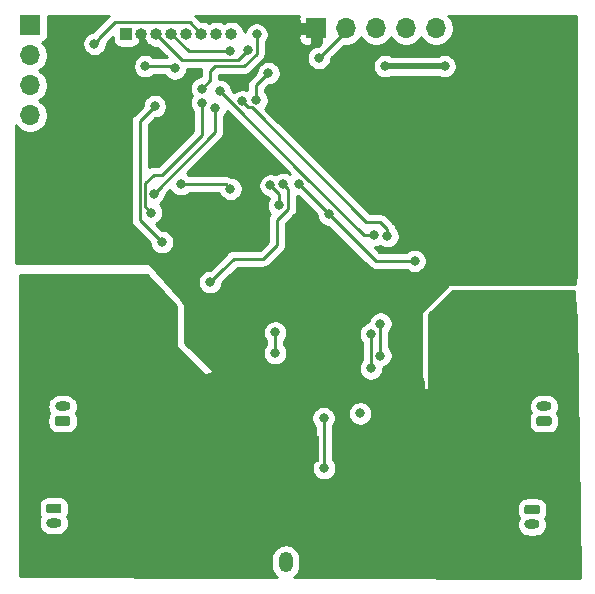
<source format=gbr>
G04 #@! TF.GenerationSoftware,KiCad,Pcbnew,(5.1.5-0-10_14)*
G04 #@! TF.CreationDate,2020-06-08T21:05:12+09:00*
G04 #@! TF.ProjectId,controller_system,636f6e74-726f-46c6-9c65-725f73797374,rev?*
G04 #@! TF.SameCoordinates,Original*
G04 #@! TF.FileFunction,Copper,L2,Bot*
G04 #@! TF.FilePolarity,Positive*
%FSLAX46Y46*%
G04 Gerber Fmt 4.6, Leading zero omitted, Abs format (unit mm)*
G04 Created by KiCad (PCBNEW (5.1.5-0-10_14)) date 2020-06-08 21:05:12*
%MOMM*%
%LPD*%
G04 APERTURE LIST*
%ADD10R,1.000000X1.000000*%
%ADD11O,1.000000X1.000000*%
%ADD12O,1.300000X0.800000*%
%ADD13C,0.100000*%
%ADD14O,1.200000X1.750000*%
%ADD15R,1.700000X1.700000*%
%ADD16O,1.700000X1.700000*%
%ADD17C,0.600000*%
%ADD18R,2.800000X2.300000*%
%ADD19C,0.800000*%
%ADD20C,0.500000*%
%ADD21C,0.250000*%
%ADD22C,0.254000*%
G04 APERTURE END LIST*
D10*
X149900000Y-83500000D03*
D11*
X151170000Y-83500000D03*
X152440000Y-83500000D03*
X153710000Y-83500000D03*
X154980000Y-83500000D03*
X156250000Y-83500000D03*
X157520000Y-83500000D03*
X158790000Y-83500000D03*
D12*
X184250000Y-125000000D03*
G04 #@! TA.AperFunction,ComponentPad*
D13*
G36*
X184719603Y-123350963D02*
G01*
X184739018Y-123353843D01*
X184758057Y-123358612D01*
X184776537Y-123365224D01*
X184794279Y-123373616D01*
X184811114Y-123383706D01*
X184826879Y-123395398D01*
X184841421Y-123408579D01*
X184854602Y-123423121D01*
X184866294Y-123438886D01*
X184876384Y-123455721D01*
X184884776Y-123473463D01*
X184891388Y-123491943D01*
X184896157Y-123510982D01*
X184899037Y-123530397D01*
X184900000Y-123550000D01*
X184900000Y-123950000D01*
X184899037Y-123969603D01*
X184896157Y-123989018D01*
X184891388Y-124008057D01*
X184884776Y-124026537D01*
X184876384Y-124044279D01*
X184866294Y-124061114D01*
X184854602Y-124076879D01*
X184841421Y-124091421D01*
X184826879Y-124104602D01*
X184811114Y-124116294D01*
X184794279Y-124126384D01*
X184776537Y-124134776D01*
X184758057Y-124141388D01*
X184739018Y-124146157D01*
X184719603Y-124149037D01*
X184700000Y-124150000D01*
X183800000Y-124150000D01*
X183780397Y-124149037D01*
X183760982Y-124146157D01*
X183741943Y-124141388D01*
X183723463Y-124134776D01*
X183705721Y-124126384D01*
X183688886Y-124116294D01*
X183673121Y-124104602D01*
X183658579Y-124091421D01*
X183645398Y-124076879D01*
X183633706Y-124061114D01*
X183623616Y-124044279D01*
X183615224Y-124026537D01*
X183608612Y-124008057D01*
X183603843Y-123989018D01*
X183600963Y-123969603D01*
X183600000Y-123950000D01*
X183600000Y-123550000D01*
X183600963Y-123530397D01*
X183603843Y-123510982D01*
X183608612Y-123491943D01*
X183615224Y-123473463D01*
X183623616Y-123455721D01*
X183633706Y-123438886D01*
X183645398Y-123423121D01*
X183658579Y-123408579D01*
X183673121Y-123395398D01*
X183688886Y-123383706D01*
X183705721Y-123373616D01*
X183723463Y-123365224D01*
X183741943Y-123358612D01*
X183760982Y-123353843D01*
X183780397Y-123350963D01*
X183800000Y-123350000D01*
X184700000Y-123350000D01*
X184719603Y-123350963D01*
G37*
G04 #@! TD.AperFunction*
D12*
X143750000Y-124900000D03*
G04 #@! TA.AperFunction,ComponentPad*
D13*
G36*
X144219603Y-123250963D02*
G01*
X144239018Y-123253843D01*
X144258057Y-123258612D01*
X144276537Y-123265224D01*
X144294279Y-123273616D01*
X144311114Y-123283706D01*
X144326879Y-123295398D01*
X144341421Y-123308579D01*
X144354602Y-123323121D01*
X144366294Y-123338886D01*
X144376384Y-123355721D01*
X144384776Y-123373463D01*
X144391388Y-123391943D01*
X144396157Y-123410982D01*
X144399037Y-123430397D01*
X144400000Y-123450000D01*
X144400000Y-123850000D01*
X144399037Y-123869603D01*
X144396157Y-123889018D01*
X144391388Y-123908057D01*
X144384776Y-123926537D01*
X144376384Y-123944279D01*
X144366294Y-123961114D01*
X144354602Y-123976879D01*
X144341421Y-123991421D01*
X144326879Y-124004602D01*
X144311114Y-124016294D01*
X144294279Y-124026384D01*
X144276537Y-124034776D01*
X144258057Y-124041388D01*
X144239018Y-124046157D01*
X144219603Y-124049037D01*
X144200000Y-124050000D01*
X143300000Y-124050000D01*
X143280397Y-124049037D01*
X143260982Y-124046157D01*
X143241943Y-124041388D01*
X143223463Y-124034776D01*
X143205721Y-124026384D01*
X143188886Y-124016294D01*
X143173121Y-124004602D01*
X143158579Y-123991421D01*
X143145398Y-123976879D01*
X143133706Y-123961114D01*
X143123616Y-123944279D01*
X143115224Y-123926537D01*
X143108612Y-123908057D01*
X143103843Y-123889018D01*
X143100963Y-123869603D01*
X143100000Y-123850000D01*
X143100000Y-123450000D01*
X143100963Y-123430397D01*
X143103843Y-123410982D01*
X143108612Y-123391943D01*
X143115224Y-123373463D01*
X143123616Y-123355721D01*
X143133706Y-123338886D01*
X143145398Y-123323121D01*
X143158579Y-123308579D01*
X143173121Y-123295398D01*
X143188886Y-123283706D01*
X143205721Y-123273616D01*
X143223463Y-123265224D01*
X143241943Y-123258612D01*
X143260982Y-123253843D01*
X143280397Y-123250963D01*
X143300000Y-123250000D01*
X144200000Y-123250000D01*
X144219603Y-123250963D01*
G37*
G04 #@! TD.AperFunction*
G04 #@! TA.AperFunction,ComponentPad*
G36*
X185719603Y-115850963D02*
G01*
X185739018Y-115853843D01*
X185758057Y-115858612D01*
X185776537Y-115865224D01*
X185794279Y-115873616D01*
X185811114Y-115883706D01*
X185826879Y-115895398D01*
X185841421Y-115908579D01*
X185854602Y-115923121D01*
X185866294Y-115938886D01*
X185876384Y-115955721D01*
X185884776Y-115973463D01*
X185891388Y-115991943D01*
X185896157Y-116010982D01*
X185899037Y-116030397D01*
X185900000Y-116050000D01*
X185900000Y-116450000D01*
X185899037Y-116469603D01*
X185896157Y-116489018D01*
X185891388Y-116508057D01*
X185884776Y-116526537D01*
X185876384Y-116544279D01*
X185866294Y-116561114D01*
X185854602Y-116576879D01*
X185841421Y-116591421D01*
X185826879Y-116604602D01*
X185811114Y-116616294D01*
X185794279Y-116626384D01*
X185776537Y-116634776D01*
X185758057Y-116641388D01*
X185739018Y-116646157D01*
X185719603Y-116649037D01*
X185700000Y-116650000D01*
X184800000Y-116650000D01*
X184780397Y-116649037D01*
X184760982Y-116646157D01*
X184741943Y-116641388D01*
X184723463Y-116634776D01*
X184705721Y-116626384D01*
X184688886Y-116616294D01*
X184673121Y-116604602D01*
X184658579Y-116591421D01*
X184645398Y-116576879D01*
X184633706Y-116561114D01*
X184623616Y-116544279D01*
X184615224Y-116526537D01*
X184608612Y-116508057D01*
X184603843Y-116489018D01*
X184600963Y-116469603D01*
X184600000Y-116450000D01*
X184600000Y-116050000D01*
X184600963Y-116030397D01*
X184603843Y-116010982D01*
X184608612Y-115991943D01*
X184615224Y-115973463D01*
X184623616Y-115955721D01*
X184633706Y-115938886D01*
X184645398Y-115923121D01*
X184658579Y-115908579D01*
X184673121Y-115895398D01*
X184688886Y-115883706D01*
X184705721Y-115873616D01*
X184723463Y-115865224D01*
X184741943Y-115858612D01*
X184760982Y-115853843D01*
X184780397Y-115850963D01*
X184800000Y-115850000D01*
X185700000Y-115850000D01*
X185719603Y-115850963D01*
G37*
G04 #@! TD.AperFunction*
D12*
X185250000Y-115000000D03*
X144500000Y-115000000D03*
G04 #@! TA.AperFunction,ComponentPad*
D13*
G36*
X144969603Y-115850963D02*
G01*
X144989018Y-115853843D01*
X145008057Y-115858612D01*
X145026537Y-115865224D01*
X145044279Y-115873616D01*
X145061114Y-115883706D01*
X145076879Y-115895398D01*
X145091421Y-115908579D01*
X145104602Y-115923121D01*
X145116294Y-115938886D01*
X145126384Y-115955721D01*
X145134776Y-115973463D01*
X145141388Y-115991943D01*
X145146157Y-116010982D01*
X145149037Y-116030397D01*
X145150000Y-116050000D01*
X145150000Y-116450000D01*
X145149037Y-116469603D01*
X145146157Y-116489018D01*
X145141388Y-116508057D01*
X145134776Y-116526537D01*
X145126384Y-116544279D01*
X145116294Y-116561114D01*
X145104602Y-116576879D01*
X145091421Y-116591421D01*
X145076879Y-116604602D01*
X145061114Y-116616294D01*
X145044279Y-116626384D01*
X145026537Y-116634776D01*
X145008057Y-116641388D01*
X144989018Y-116646157D01*
X144969603Y-116649037D01*
X144950000Y-116650000D01*
X144050000Y-116650000D01*
X144030397Y-116649037D01*
X144010982Y-116646157D01*
X143991943Y-116641388D01*
X143973463Y-116634776D01*
X143955721Y-116626384D01*
X143938886Y-116616294D01*
X143923121Y-116604602D01*
X143908579Y-116591421D01*
X143895398Y-116576879D01*
X143883706Y-116561114D01*
X143873616Y-116544279D01*
X143865224Y-116526537D01*
X143858612Y-116508057D01*
X143853843Y-116489018D01*
X143850963Y-116469603D01*
X143850000Y-116450000D01*
X143850000Y-116050000D01*
X143850963Y-116030397D01*
X143853843Y-116010982D01*
X143858612Y-115991943D01*
X143865224Y-115973463D01*
X143873616Y-115955721D01*
X143883706Y-115938886D01*
X143895398Y-115923121D01*
X143908579Y-115908579D01*
X143923121Y-115895398D01*
X143938886Y-115883706D01*
X143955721Y-115873616D01*
X143973463Y-115865224D01*
X143991943Y-115858612D01*
X144010982Y-115853843D01*
X144030397Y-115850963D01*
X144050000Y-115850000D01*
X144950000Y-115850000D01*
X144969603Y-115850963D01*
G37*
G04 #@! TD.AperFunction*
G04 #@! TA.AperFunction,ComponentPad*
G36*
X165774505Y-127326204D02*
G01*
X165798773Y-127329804D01*
X165822572Y-127335765D01*
X165845671Y-127344030D01*
X165867850Y-127354520D01*
X165888893Y-127367132D01*
X165908599Y-127381747D01*
X165926777Y-127398223D01*
X165943253Y-127416401D01*
X165957868Y-127436107D01*
X165970480Y-127457150D01*
X165980970Y-127479329D01*
X165989235Y-127502428D01*
X165995196Y-127526227D01*
X165998796Y-127550495D01*
X166000000Y-127574999D01*
X166000000Y-128825001D01*
X165998796Y-128849505D01*
X165995196Y-128873773D01*
X165989235Y-128897572D01*
X165980970Y-128920671D01*
X165970480Y-128942850D01*
X165957868Y-128963893D01*
X165943253Y-128983599D01*
X165926777Y-129001777D01*
X165908599Y-129018253D01*
X165888893Y-129032868D01*
X165867850Y-129045480D01*
X165845671Y-129055970D01*
X165822572Y-129064235D01*
X165798773Y-129070196D01*
X165774505Y-129073796D01*
X165750001Y-129075000D01*
X165049999Y-129075000D01*
X165025495Y-129073796D01*
X165001227Y-129070196D01*
X164977428Y-129064235D01*
X164954329Y-129055970D01*
X164932150Y-129045480D01*
X164911107Y-129032868D01*
X164891401Y-129018253D01*
X164873223Y-129001777D01*
X164856747Y-128983599D01*
X164842132Y-128963893D01*
X164829520Y-128942850D01*
X164819030Y-128920671D01*
X164810765Y-128897572D01*
X164804804Y-128873773D01*
X164801204Y-128849505D01*
X164800000Y-128825001D01*
X164800000Y-127574999D01*
X164801204Y-127550495D01*
X164804804Y-127526227D01*
X164810765Y-127502428D01*
X164819030Y-127479329D01*
X164829520Y-127457150D01*
X164842132Y-127436107D01*
X164856747Y-127416401D01*
X164873223Y-127398223D01*
X164891401Y-127381747D01*
X164911107Y-127367132D01*
X164932150Y-127354520D01*
X164954329Y-127344030D01*
X164977428Y-127335765D01*
X165001227Y-127329804D01*
X165025495Y-127326204D01*
X165049999Y-127325000D01*
X165750001Y-127325000D01*
X165774505Y-127326204D01*
G37*
G04 #@! TD.AperFunction*
D14*
X163400000Y-128200000D03*
D15*
X141750000Y-82750000D03*
D16*
X141750000Y-85290000D03*
X141750000Y-87830000D03*
X141750000Y-90370000D03*
D15*
X165960000Y-83000000D03*
D16*
X168500000Y-83000000D03*
X171040000Y-83000000D03*
X173580000Y-83000000D03*
X176120000Y-83000000D03*
D17*
X164090881Y-119154881D03*
X164840881Y-118654881D03*
X165590881Y-119154881D03*
X165590881Y-118154881D03*
X164090881Y-118154881D03*
D18*
X164840881Y-118654881D03*
D19*
X158500000Y-105500000D03*
X167500000Y-109750000D03*
X166800000Y-103300000D03*
X148900000Y-98300000D03*
X150000000Y-98300000D03*
X153200000Y-123600000D03*
X154100000Y-123600000D03*
X151000000Y-122700000D03*
X152000000Y-122700000D03*
X152900000Y-122700000D03*
X153800000Y-122700000D03*
X155000000Y-123500000D03*
X154800000Y-122600000D03*
X152300000Y-123500000D03*
X151400000Y-123500000D03*
X154100000Y-124500000D03*
X147000000Y-106900000D03*
X148100000Y-106900000D03*
X147600000Y-106100000D03*
X146700000Y-106100000D03*
X145900000Y-106400000D03*
X144700000Y-106300000D03*
X145300000Y-107000000D03*
X146200000Y-107300000D03*
X144500000Y-107200000D03*
X158000000Y-128000000D03*
X181400000Y-108500000D03*
X181400000Y-109300000D03*
X180800000Y-107900000D03*
X180000000Y-107900000D03*
X179200000Y-108300000D03*
X178300000Y-108300000D03*
X178800000Y-107500000D03*
X180500000Y-107100000D03*
X181400000Y-107300000D03*
X179600000Y-107100000D03*
X178900000Y-103000000D03*
X178900000Y-102000000D03*
X178900000Y-101000000D03*
X178900000Y-100000000D03*
X178700000Y-89600000D03*
X179600000Y-89600000D03*
X180600000Y-89600000D03*
X154600000Y-112800000D03*
X174700000Y-126200000D03*
X174700000Y-127200000D03*
X176100000Y-127800000D03*
X173300000Y-128000000D03*
X174300000Y-128000000D03*
X176900000Y-128600000D03*
X175800000Y-128600000D03*
X177900000Y-128500000D03*
X175200000Y-127900000D03*
X178800000Y-96900000D03*
X159000000Y-92100000D03*
X168400000Y-109000000D03*
X171800000Y-119500000D03*
X171800000Y-118500000D03*
X158900000Y-108500000D03*
X172500000Y-91100000D03*
X172500000Y-89700000D03*
X171800000Y-86200000D03*
X176845000Y-86200000D03*
X164500000Y-96200000D03*
X174300000Y-102700000D03*
X167050000Y-98750000D03*
X166644437Y-120248892D03*
X166600000Y-116000000D03*
X169700000Y-115600000D03*
X161925002Y-86800000D03*
X166200000Y-85500000D03*
X160902158Y-89096763D03*
X154500000Y-96200000D03*
X158700000Y-96600000D03*
X160200000Y-84800000D03*
X158700000Y-84950001D03*
X147187347Y-84312653D03*
X156300000Y-88100000D03*
X160925001Y-83525001D03*
X151500000Y-86200000D03*
X154000000Y-86400000D03*
X162100000Y-96300000D03*
X162800000Y-98000000D03*
X157400000Y-89775000D03*
X152200000Y-97000000D03*
X170900000Y-100500000D03*
X157800000Y-88300000D03*
X170600000Y-111800000D03*
X170600000Y-108900000D03*
X172000000Y-100600000D03*
X171413542Y-110713542D03*
X171400000Y-108000000D03*
X159712653Y-89187347D03*
X156300000Y-89300000D03*
X152000000Y-98600000D03*
X152300000Y-89600000D03*
X152900000Y-101100000D03*
X163200000Y-96200000D03*
X162500000Y-110500000D03*
X162500000Y-108750000D03*
X157000000Y-104500000D03*
D20*
X171800000Y-86200000D02*
X176845000Y-86200000D01*
D21*
X171000000Y-102700000D02*
X174300000Y-102700000D01*
X164500000Y-96200000D02*
X167050000Y-98750000D01*
X167050000Y-98750000D02*
X171000000Y-102700000D01*
X166644437Y-116044437D02*
X166600000Y-116000000D01*
X166644437Y-120248892D02*
X166644437Y-116044437D01*
X168500000Y-83200000D02*
X168500000Y-83000000D01*
X166200000Y-85500000D02*
X168500000Y-83200000D01*
X160902158Y-87822844D02*
X161925002Y-86800000D01*
X160902158Y-89096763D02*
X160902158Y-87822844D01*
X158300000Y-96200000D02*
X158700000Y-96600000D01*
X154500000Y-96200000D02*
X158300000Y-96200000D01*
X154615002Y-85675002D02*
X152440000Y-83500000D01*
X159324998Y-85675002D02*
X154615002Y-85675002D01*
X160200000Y-84800000D02*
X159324998Y-85675002D01*
X155160001Y-84950001D02*
X153710000Y-83500000D01*
X158700000Y-84950001D02*
X155160001Y-84950001D01*
X156300000Y-88100000D02*
X157000000Y-87400000D01*
X157000000Y-87400000D02*
X157000000Y-87100000D01*
X157000000Y-87100000D02*
X157000000Y-86600000D01*
X157000000Y-86600000D02*
X157400000Y-86200000D01*
X159873002Y-86200000D02*
X160925001Y-85148001D01*
X160925001Y-85148001D02*
X160925001Y-83525001D01*
X157400000Y-86200000D02*
X159873002Y-86200000D01*
X147587346Y-83912654D02*
X147587346Y-83812654D01*
X147187347Y-84312653D02*
X147587346Y-83912654D01*
X147587346Y-83812654D02*
X148900000Y-82500000D01*
X155250000Y-82500000D02*
X156250000Y-83500000D01*
X148900000Y-82500000D02*
X155250000Y-82500000D01*
X153800000Y-86200000D02*
X154000000Y-86400000D01*
X151500000Y-86200000D02*
X153800000Y-86200000D01*
X162100000Y-96300000D02*
X162600000Y-96800000D01*
X162600000Y-96800000D02*
X162800000Y-97000000D01*
X162800000Y-97000000D02*
X162800000Y-98000000D01*
X157400000Y-90340685D02*
X157400000Y-89775000D01*
X152200000Y-97000000D02*
X157400000Y-91800000D01*
X157400000Y-91800000D02*
X157400000Y-90340685D01*
X170900000Y-100500000D02*
X170000000Y-100500000D01*
X170000000Y-100500000D02*
X164800000Y-95300000D01*
X164800000Y-95300000D02*
X159200000Y-89700000D01*
X159200000Y-89700000D02*
X157800000Y-88300000D01*
X170600000Y-111800000D02*
X170600000Y-108900000D01*
X170200000Y-99400000D02*
X160500000Y-89700000D01*
X171365685Y-99400000D02*
X170200000Y-99400000D01*
X172000000Y-100034315D02*
X171365685Y-99400000D01*
X172000000Y-100600000D02*
X172000000Y-100034315D01*
X171413542Y-108013542D02*
X171400000Y-108000000D01*
X171413542Y-110713542D02*
X171413542Y-108013542D01*
X160225306Y-89700000D02*
X159712653Y-89187347D01*
X160500000Y-89700000D02*
X160225306Y-89700000D01*
X152200000Y-95400000D02*
X152250000Y-95400000D01*
X152200000Y-95400000D02*
X152900000Y-95400000D01*
X156300000Y-92000000D02*
X156300000Y-89300000D01*
X152900000Y-95400000D02*
X156300000Y-92000000D01*
X151474999Y-96125001D02*
X152200000Y-95400000D01*
X151474999Y-98074999D02*
X151474999Y-96125001D01*
X152000000Y-98600000D02*
X151474999Y-98074999D01*
X151024989Y-90875011D02*
X151900001Y-89999999D01*
X151024989Y-99224989D02*
X151024989Y-90875011D01*
X151900001Y-89999999D02*
X152300000Y-89600000D01*
X152900000Y-101100000D02*
X151024989Y-99224989D01*
X163599999Y-98273003D02*
X162623002Y-99250000D01*
X163599999Y-96599999D02*
X163599999Y-98273003D01*
X163200000Y-96200000D02*
X163599999Y-96599999D01*
X162623002Y-99250000D02*
X162623002Y-101376998D01*
X162623002Y-101376998D02*
X161500000Y-102500000D01*
X159000000Y-102500000D02*
X158000000Y-103500000D01*
X161500000Y-102500000D02*
X159000000Y-102500000D01*
X162500000Y-110500000D02*
X162500000Y-108750000D01*
X158000000Y-103500000D02*
X157000000Y-104500000D01*
D22*
G36*
X165649211Y-120550790D02*
G01*
X165699832Y-120673000D01*
X165624012Y-120673000D01*
X165617280Y-120390261D01*
X165649211Y-120550790D01*
G37*
X165649211Y-120550790D02*
X165699832Y-120673000D01*
X165624012Y-120673000D01*
X165617280Y-120390261D01*
X165649211Y-120550790D01*
G36*
X165611268Y-120137748D02*
G01*
X165610132Y-120090028D01*
X165620862Y-120089515D01*
X165611268Y-120137748D01*
G37*
X165611268Y-120137748D02*
X165610132Y-120090028D01*
X165620862Y-120089515D01*
X165611268Y-120137748D01*
G36*
X148359999Y-81959999D02*
G01*
X148336201Y-81988997D01*
X147076347Y-83248852D01*
X147047345Y-83272653D01*
X147035015Y-83287677D01*
X146885449Y-83317427D01*
X146697091Y-83395448D01*
X146527573Y-83508716D01*
X146383410Y-83652879D01*
X146270142Y-83822397D01*
X146192121Y-84010755D01*
X146152347Y-84210714D01*
X146152347Y-84414592D01*
X146192121Y-84614551D01*
X146270142Y-84802909D01*
X146383410Y-84972427D01*
X146527573Y-85116590D01*
X146697091Y-85229858D01*
X146885449Y-85307879D01*
X147085408Y-85347653D01*
X147289286Y-85347653D01*
X147489245Y-85307879D01*
X147677603Y-85229858D01*
X147847121Y-85116590D01*
X147991284Y-84972427D01*
X148104552Y-84802909D01*
X148182573Y-84614551D01*
X148222347Y-84414592D01*
X148222347Y-84336879D01*
X148292892Y-84204901D01*
X148302903Y-84171898D01*
X148761928Y-83712873D01*
X148761928Y-84000000D01*
X148774188Y-84124482D01*
X148810498Y-84244180D01*
X148869463Y-84354494D01*
X148948815Y-84451185D01*
X149045506Y-84530537D01*
X149155820Y-84589502D01*
X149275518Y-84625812D01*
X149400000Y-84638072D01*
X150400000Y-84638072D01*
X150524482Y-84625812D01*
X150644180Y-84589502D01*
X150754494Y-84530537D01*
X150851185Y-84451185D01*
X150930537Y-84354494D01*
X150989502Y-84244180D01*
X151025812Y-84124482D01*
X151038072Y-84000000D01*
X151038072Y-83260000D01*
X151330503Y-83260000D01*
X151305000Y-83388212D01*
X151305000Y-83611788D01*
X151348617Y-83831067D01*
X151434176Y-84037624D01*
X151543000Y-84200490D01*
X151543000Y-84402183D01*
X151706099Y-84500411D01*
X151800196Y-84437549D01*
X151902376Y-84505824D01*
X152108933Y-84591383D01*
X152328212Y-84635000D01*
X152500199Y-84635000D01*
X153305198Y-85440000D01*
X152203711Y-85440000D01*
X152159774Y-85396063D01*
X151990256Y-85282795D01*
X151801898Y-85204774D01*
X151601939Y-85165000D01*
X151398061Y-85165000D01*
X151198102Y-85204774D01*
X151009744Y-85282795D01*
X150840226Y-85396063D01*
X150696063Y-85540226D01*
X150582795Y-85709744D01*
X150504774Y-85898102D01*
X150465000Y-86098061D01*
X150465000Y-86301939D01*
X150504774Y-86501898D01*
X150582795Y-86690256D01*
X150696063Y-86859774D01*
X150840226Y-87003937D01*
X151009744Y-87117205D01*
X151198102Y-87195226D01*
X151398061Y-87235000D01*
X151601939Y-87235000D01*
X151801898Y-87195226D01*
X151990256Y-87117205D01*
X152159774Y-87003937D01*
X152203711Y-86960000D01*
X153129396Y-86960000D01*
X153196063Y-87059774D01*
X153340226Y-87203937D01*
X153509744Y-87317205D01*
X153698102Y-87395226D01*
X153898061Y-87435000D01*
X154101939Y-87435000D01*
X154301898Y-87395226D01*
X154490256Y-87317205D01*
X154659774Y-87203937D01*
X154803937Y-87059774D01*
X154917205Y-86890256D01*
X154995226Y-86701898D01*
X155035000Y-86501939D01*
X155035000Y-86435002D01*
X156255854Y-86435002D01*
X156250997Y-86451014D01*
X156240000Y-86562667D01*
X156240000Y-86562678D01*
X156236324Y-86600000D01*
X156240000Y-86637322D01*
X156240000Y-87065000D01*
X156198061Y-87065000D01*
X155998102Y-87104774D01*
X155809744Y-87182795D01*
X155640226Y-87296063D01*
X155496063Y-87440226D01*
X155382795Y-87609744D01*
X155304774Y-87798102D01*
X155265000Y-87998061D01*
X155265000Y-88201939D01*
X155304774Y-88401898D01*
X155382795Y-88590256D01*
X155456123Y-88700000D01*
X155382795Y-88809744D01*
X155304774Y-88998102D01*
X155265000Y-89198061D01*
X155265000Y-89401939D01*
X155304774Y-89601898D01*
X155382795Y-89790256D01*
X155496063Y-89959774D01*
X155540001Y-90003712D01*
X155540000Y-91685198D01*
X152585199Y-94640000D01*
X152237322Y-94640000D01*
X152199999Y-94636324D01*
X152162676Y-94640000D01*
X152162667Y-94640000D01*
X152051014Y-94650997D01*
X151907753Y-94694454D01*
X151784989Y-94760074D01*
X151784989Y-91189812D01*
X152339802Y-90635000D01*
X152401939Y-90635000D01*
X152601898Y-90595226D01*
X152790256Y-90517205D01*
X152959774Y-90403937D01*
X153103937Y-90259774D01*
X153217205Y-90090256D01*
X153295226Y-89901898D01*
X153335000Y-89701939D01*
X153335000Y-89498061D01*
X153295226Y-89298102D01*
X153217205Y-89109744D01*
X153103937Y-88940226D01*
X152959774Y-88796063D01*
X152790256Y-88682795D01*
X152601898Y-88604774D01*
X152401939Y-88565000D01*
X152198061Y-88565000D01*
X151998102Y-88604774D01*
X151809744Y-88682795D01*
X151640226Y-88796063D01*
X151496063Y-88940226D01*
X151382795Y-89109744D01*
X151304774Y-89298102D01*
X151265000Y-89498061D01*
X151265000Y-89560198D01*
X150513987Y-90311212D01*
X150484989Y-90335010D01*
X150461191Y-90364008D01*
X150461190Y-90364009D01*
X150390015Y-90450735D01*
X150319443Y-90582765D01*
X150289169Y-90682569D01*
X150282200Y-90705545D01*
X150275987Y-90726026D01*
X150261313Y-90875011D01*
X150264990Y-90912343D01*
X150264989Y-99187667D01*
X150261313Y-99224989D01*
X150264989Y-99262311D01*
X150264989Y-99262321D01*
X150275986Y-99373974D01*
X150315663Y-99504774D01*
X150319443Y-99517235D01*
X150390015Y-99649265D01*
X150417533Y-99682795D01*
X150484988Y-99764990D01*
X150513992Y-99788793D01*
X151865000Y-101139802D01*
X151865000Y-101201939D01*
X151904774Y-101401898D01*
X151982795Y-101590256D01*
X152096063Y-101759774D01*
X152240226Y-101903937D01*
X152409744Y-102017205D01*
X152598102Y-102095226D01*
X152798061Y-102135000D01*
X153001939Y-102135000D01*
X153201898Y-102095226D01*
X153390256Y-102017205D01*
X153559774Y-101903937D01*
X153703937Y-101759774D01*
X153817205Y-101590256D01*
X153895226Y-101401898D01*
X153935000Y-101201939D01*
X153935000Y-100998061D01*
X153895226Y-100798102D01*
X153817205Y-100609744D01*
X153703937Y-100440226D01*
X153559774Y-100296063D01*
X153390256Y-100182795D01*
X153201898Y-100104774D01*
X153001939Y-100065000D01*
X152939802Y-100065000D01*
X152420783Y-99545982D01*
X152490256Y-99517205D01*
X152659774Y-99403937D01*
X152803937Y-99259774D01*
X152917205Y-99090256D01*
X152995226Y-98901898D01*
X153035000Y-98701939D01*
X153035000Y-98498061D01*
X152995226Y-98298102D01*
X152917205Y-98109744D01*
X152803937Y-97940226D01*
X152744603Y-97880892D01*
X152859774Y-97803937D01*
X153003937Y-97659774D01*
X153117205Y-97490256D01*
X153195226Y-97301898D01*
X153235000Y-97101939D01*
X153235000Y-97039801D01*
X153583496Y-96691305D01*
X153696063Y-96859774D01*
X153840226Y-97003937D01*
X154009744Y-97117205D01*
X154198102Y-97195226D01*
X154398061Y-97235000D01*
X154601939Y-97235000D01*
X154801898Y-97195226D01*
X154990256Y-97117205D01*
X155159774Y-97003937D01*
X155203711Y-96960000D01*
X157728841Y-96960000D01*
X157782795Y-97090256D01*
X157896063Y-97259774D01*
X158040226Y-97403937D01*
X158209744Y-97517205D01*
X158398102Y-97595226D01*
X158598061Y-97635000D01*
X158801939Y-97635000D01*
X159001898Y-97595226D01*
X159190256Y-97517205D01*
X159359774Y-97403937D01*
X159503937Y-97259774D01*
X159617205Y-97090256D01*
X159695226Y-96901898D01*
X159735000Y-96701939D01*
X159735000Y-96498061D01*
X159695226Y-96298102D01*
X159617205Y-96109744D01*
X159503937Y-95940226D01*
X159359774Y-95796063D01*
X159190256Y-95682795D01*
X159001898Y-95604774D01*
X158801939Y-95565000D01*
X158724227Y-95565000D01*
X158592247Y-95494454D01*
X158448986Y-95450997D01*
X158337333Y-95440000D01*
X158337322Y-95440000D01*
X158300000Y-95436324D01*
X158262678Y-95440000D01*
X155203711Y-95440000D01*
X155159774Y-95396063D01*
X154991305Y-95283496D01*
X157911004Y-92363798D01*
X157940001Y-92340001D01*
X158034974Y-92224276D01*
X158105546Y-92092247D01*
X158149003Y-91948986D01*
X158160000Y-91837333D01*
X158160000Y-91837332D01*
X158163677Y-91800000D01*
X158160000Y-91762667D01*
X158160000Y-90478711D01*
X158203937Y-90434774D01*
X158317205Y-90265256D01*
X158395226Y-90076898D01*
X158412957Y-89987759D01*
X158688997Y-90263799D01*
X158689003Y-90263804D01*
X163743709Y-95318511D01*
X163690256Y-95282795D01*
X163501898Y-95204774D01*
X163301939Y-95165000D01*
X163098061Y-95165000D01*
X162898102Y-95204774D01*
X162709744Y-95282795D01*
X162571630Y-95375080D01*
X162401898Y-95304774D01*
X162201939Y-95265000D01*
X161998061Y-95265000D01*
X161798102Y-95304774D01*
X161609744Y-95382795D01*
X161440226Y-95496063D01*
X161296063Y-95640226D01*
X161182795Y-95809744D01*
X161104774Y-95998102D01*
X161065000Y-96198061D01*
X161065000Y-96401939D01*
X161104774Y-96601898D01*
X161182795Y-96790256D01*
X161296063Y-96959774D01*
X161440226Y-97103937D01*
X161609744Y-97217205D01*
X161798102Y-97295226D01*
X161998061Y-97335000D01*
X162001289Y-97335000D01*
X161996063Y-97340226D01*
X161882795Y-97509744D01*
X161804774Y-97698102D01*
X161765000Y-97898061D01*
X161765000Y-98101939D01*
X161804774Y-98301898D01*
X161882795Y-98490256D01*
X161996063Y-98659774D01*
X162066453Y-98730164D01*
X162038949Y-98763677D01*
X161988028Y-98825724D01*
X161947312Y-98901898D01*
X161917456Y-98957754D01*
X161873999Y-99101015D01*
X161863002Y-99212668D01*
X161863002Y-99212678D01*
X161859326Y-99250000D01*
X161863002Y-99287323D01*
X161863003Y-101062195D01*
X161185199Y-101740000D01*
X159037333Y-101740000D01*
X159000000Y-101736323D01*
X158962667Y-101740000D01*
X158851014Y-101750997D01*
X158707753Y-101794454D01*
X158575724Y-101865026D01*
X158459999Y-101959999D01*
X158436201Y-101988997D01*
X157489002Y-102936197D01*
X157488997Y-102936201D01*
X156960199Y-103465000D01*
X156898061Y-103465000D01*
X156698102Y-103504774D01*
X156509744Y-103582795D01*
X156340226Y-103696063D01*
X156196063Y-103840226D01*
X156082795Y-104009744D01*
X156004774Y-104198102D01*
X155965000Y-104398061D01*
X155965000Y-104601939D01*
X156004774Y-104801898D01*
X156082795Y-104990256D01*
X156196063Y-105159774D01*
X156340226Y-105303937D01*
X156509744Y-105417205D01*
X156698102Y-105495226D01*
X156898061Y-105535000D01*
X157101939Y-105535000D01*
X157301898Y-105495226D01*
X157490256Y-105417205D01*
X157659774Y-105303937D01*
X157803937Y-105159774D01*
X157917205Y-104990256D01*
X157995226Y-104801898D01*
X158035000Y-104601939D01*
X158035000Y-104539801D01*
X158563799Y-104011003D01*
X158563803Y-104010998D01*
X159314802Y-103260000D01*
X161462678Y-103260000D01*
X161500000Y-103263676D01*
X161537322Y-103260000D01*
X161537333Y-103260000D01*
X161648986Y-103249003D01*
X161792247Y-103205546D01*
X161924276Y-103134974D01*
X162040001Y-103040001D01*
X162063804Y-103010998D01*
X163134005Y-101940797D01*
X163163003Y-101916999D01*
X163257976Y-101801274D01*
X163328548Y-101669245D01*
X163372005Y-101525984D01*
X163383002Y-101414331D01*
X163383002Y-101414323D01*
X163386678Y-101376998D01*
X163383002Y-101339673D01*
X163383002Y-99564801D01*
X164111007Y-98836798D01*
X164140000Y-98813004D01*
X164163794Y-98784011D01*
X164163798Y-98784007D01*
X164234972Y-98697280D01*
X164236483Y-98694454D01*
X164305545Y-98565250D01*
X164349002Y-98421989D01*
X164359999Y-98310336D01*
X164359999Y-98310327D01*
X164363675Y-98273004D01*
X164359999Y-98235681D01*
X164359999Y-97227429D01*
X164398061Y-97235000D01*
X164460199Y-97235000D01*
X166015000Y-98789802D01*
X166015000Y-98851939D01*
X166054774Y-99051898D01*
X166132795Y-99240256D01*
X166246063Y-99409774D01*
X166390226Y-99553937D01*
X166559744Y-99667205D01*
X166748102Y-99745226D01*
X166948061Y-99785000D01*
X167010199Y-99785000D01*
X170436201Y-103211003D01*
X170459999Y-103240001D01*
X170488997Y-103263799D01*
X170575724Y-103334974D01*
X170707753Y-103405546D01*
X170851014Y-103449003D01*
X171000000Y-103463677D01*
X171037333Y-103460000D01*
X173596289Y-103460000D01*
X173640226Y-103503937D01*
X173809744Y-103617205D01*
X173998102Y-103695226D01*
X174198061Y-103735000D01*
X174401939Y-103735000D01*
X174601898Y-103695226D01*
X174790256Y-103617205D01*
X174959774Y-103503937D01*
X175103937Y-103359774D01*
X175217205Y-103190256D01*
X175295226Y-103001898D01*
X175335000Y-102801939D01*
X175335000Y-102598061D01*
X175295226Y-102398102D01*
X175217205Y-102209744D01*
X175103937Y-102040226D01*
X174959774Y-101896063D01*
X174790256Y-101782795D01*
X174601898Y-101704774D01*
X174401939Y-101665000D01*
X174198061Y-101665000D01*
X173998102Y-101704774D01*
X173809744Y-101782795D01*
X173640226Y-101896063D01*
X173596289Y-101940000D01*
X171314802Y-101940000D01*
X170909802Y-101535000D01*
X171001939Y-101535000D01*
X171201898Y-101495226D01*
X171371630Y-101424920D01*
X171509744Y-101517205D01*
X171698102Y-101595226D01*
X171898061Y-101635000D01*
X172101939Y-101635000D01*
X172301898Y-101595226D01*
X172490256Y-101517205D01*
X172659774Y-101403937D01*
X172803937Y-101259774D01*
X172917205Y-101090256D01*
X172995226Y-100901898D01*
X173035000Y-100701939D01*
X173035000Y-100498061D01*
X172995226Y-100298102D01*
X172917205Y-100109744D01*
X172803937Y-99940226D01*
X172748987Y-99885276D01*
X172705546Y-99742068D01*
X172702298Y-99735991D01*
X172634974Y-99610038D01*
X172563799Y-99523312D01*
X172540001Y-99494314D01*
X172511002Y-99470515D01*
X171929488Y-98889002D01*
X171905686Y-98859999D01*
X171789961Y-98765026D01*
X171657932Y-98694454D01*
X171514671Y-98650997D01*
X171403018Y-98640000D01*
X171403007Y-98640000D01*
X171365685Y-98636324D01*
X171328363Y-98640000D01*
X170514802Y-98640000D01*
X161668717Y-89793915D01*
X161706095Y-89756537D01*
X161819363Y-89587019D01*
X161897384Y-89398661D01*
X161937158Y-89198702D01*
X161937158Y-88994824D01*
X161897384Y-88794865D01*
X161819363Y-88606507D01*
X161706095Y-88436989D01*
X161662158Y-88393052D01*
X161662158Y-88137645D01*
X161964804Y-87835000D01*
X162026941Y-87835000D01*
X162226900Y-87795226D01*
X162415258Y-87717205D01*
X162584776Y-87603937D01*
X162728939Y-87459774D01*
X162842207Y-87290256D01*
X162920228Y-87101898D01*
X162960002Y-86901939D01*
X162960002Y-86698061D01*
X162920228Y-86498102D01*
X162842207Y-86309744D01*
X162728939Y-86140226D01*
X162584776Y-85996063D01*
X162415258Y-85882795D01*
X162226900Y-85804774D01*
X162026941Y-85765000D01*
X161823063Y-85765000D01*
X161623104Y-85804774D01*
X161434746Y-85882795D01*
X161265228Y-85996063D01*
X161121065Y-86140226D01*
X161007797Y-86309744D01*
X160929776Y-86498102D01*
X160890002Y-86698061D01*
X160890002Y-86760198D01*
X160391156Y-87259045D01*
X160362158Y-87282843D01*
X160338360Y-87311841D01*
X160338359Y-87311842D01*
X160267184Y-87398568D01*
X160196612Y-87530598D01*
X160153156Y-87673859D01*
X160138482Y-87822844D01*
X160142159Y-87860176D01*
X160142159Y-88244978D01*
X160014551Y-88192121D01*
X159814592Y-88152347D01*
X159610714Y-88152347D01*
X159410755Y-88192121D01*
X159222397Y-88270142D01*
X159052879Y-88383410D01*
X159005545Y-88430744D01*
X158835000Y-88260199D01*
X158835000Y-88198061D01*
X158795226Y-87998102D01*
X158717205Y-87809744D01*
X158603937Y-87640226D01*
X158459774Y-87496063D01*
X158290256Y-87382795D01*
X158101898Y-87304774D01*
X157901939Y-87265000D01*
X157760000Y-87265000D01*
X157760000Y-86960000D01*
X159835680Y-86960000D01*
X159873002Y-86963676D01*
X159910324Y-86960000D01*
X159910335Y-86960000D01*
X160021988Y-86949003D01*
X160165249Y-86905546D01*
X160297278Y-86834974D01*
X160413003Y-86740001D01*
X160436806Y-86710998D01*
X161436005Y-85711799D01*
X161465002Y-85688002D01*
X161559975Y-85572277D01*
X161630547Y-85440248D01*
X161674004Y-85296987D01*
X161685001Y-85185334D01*
X161685001Y-85185325D01*
X161688677Y-85148002D01*
X161685001Y-85110679D01*
X161685001Y-84228712D01*
X161728938Y-84184775D01*
X161842206Y-84015257D01*
X161910658Y-83850000D01*
X164471928Y-83850000D01*
X164484188Y-83974482D01*
X164520498Y-84094180D01*
X164579463Y-84204494D01*
X164658815Y-84301185D01*
X164755506Y-84380537D01*
X164865820Y-84439502D01*
X164985518Y-84475812D01*
X165110000Y-84488072D01*
X165420250Y-84485000D01*
X165579000Y-84326250D01*
X165579000Y-83381000D01*
X164633750Y-83381000D01*
X164475000Y-83539750D01*
X164471928Y-83850000D01*
X161910658Y-83850000D01*
X161920227Y-83826899D01*
X161960001Y-83626940D01*
X161960001Y-83423062D01*
X161920227Y-83223103D01*
X161842206Y-83034745D01*
X161728938Y-82865227D01*
X161584775Y-82721064D01*
X161415257Y-82607796D01*
X161226899Y-82529775D01*
X161026940Y-82490001D01*
X160823062Y-82490001D01*
X160623103Y-82529775D01*
X160434745Y-82607796D01*
X160265227Y-82721064D01*
X160121064Y-82865227D01*
X160007796Y-83034745D01*
X159929775Y-83223103D01*
X159910967Y-83317660D01*
X159881383Y-83168933D01*
X159795824Y-82962376D01*
X159671612Y-82776480D01*
X159513520Y-82618388D01*
X159327624Y-82494176D01*
X159121067Y-82408617D01*
X158901788Y-82365000D01*
X158678212Y-82365000D01*
X158458933Y-82408617D01*
X158252376Y-82494176D01*
X158155000Y-82559241D01*
X158057624Y-82494176D01*
X157851067Y-82408617D01*
X157631788Y-82365000D01*
X157408212Y-82365000D01*
X157188933Y-82408617D01*
X156982376Y-82494176D01*
X156885000Y-82559241D01*
X156787624Y-82494176D01*
X156581067Y-82408617D01*
X156361788Y-82365000D01*
X156189801Y-82365000D01*
X155813804Y-81989002D01*
X155790001Y-81959999D01*
X155749792Y-81927000D01*
X164514073Y-81927000D01*
X164484188Y-82025518D01*
X164471928Y-82150000D01*
X164475000Y-82460250D01*
X164633750Y-82619000D01*
X165579000Y-82619000D01*
X165579000Y-82599000D01*
X166341000Y-82599000D01*
X166341000Y-82619000D01*
X166361000Y-82619000D01*
X166361000Y-83381000D01*
X166341000Y-83381000D01*
X166341000Y-84284199D01*
X166160199Y-84465000D01*
X166098061Y-84465000D01*
X165898102Y-84504774D01*
X165709744Y-84582795D01*
X165540226Y-84696063D01*
X165396063Y-84840226D01*
X165282795Y-85009744D01*
X165204774Y-85198102D01*
X165165000Y-85398061D01*
X165165000Y-85601939D01*
X165204774Y-85801898D01*
X165282795Y-85990256D01*
X165396063Y-86159774D01*
X165540226Y-86303937D01*
X165709744Y-86417205D01*
X165898102Y-86495226D01*
X166098061Y-86535000D01*
X166301939Y-86535000D01*
X166501898Y-86495226D01*
X166690256Y-86417205D01*
X166859774Y-86303937D01*
X167003937Y-86159774D01*
X167045172Y-86098061D01*
X170765000Y-86098061D01*
X170765000Y-86301939D01*
X170804774Y-86501898D01*
X170882795Y-86690256D01*
X170996063Y-86859774D01*
X171140226Y-87003937D01*
X171309744Y-87117205D01*
X171498102Y-87195226D01*
X171698061Y-87235000D01*
X171901939Y-87235000D01*
X172101898Y-87195226D01*
X172290256Y-87117205D01*
X172338454Y-87085000D01*
X176306546Y-87085000D01*
X176354744Y-87117205D01*
X176543102Y-87195226D01*
X176743061Y-87235000D01*
X176946939Y-87235000D01*
X177146898Y-87195226D01*
X177335256Y-87117205D01*
X177504774Y-87003937D01*
X177648937Y-86859774D01*
X177762205Y-86690256D01*
X177840226Y-86501898D01*
X177880000Y-86301939D01*
X177880000Y-86098061D01*
X177840226Y-85898102D01*
X177762205Y-85709744D01*
X177648937Y-85540226D01*
X177504774Y-85396063D01*
X177335256Y-85282795D01*
X177146898Y-85204774D01*
X176946939Y-85165000D01*
X176743061Y-85165000D01*
X176543102Y-85204774D01*
X176354744Y-85282795D01*
X176306546Y-85315000D01*
X172338454Y-85315000D01*
X172290256Y-85282795D01*
X172101898Y-85204774D01*
X171901939Y-85165000D01*
X171698061Y-85165000D01*
X171498102Y-85204774D01*
X171309744Y-85282795D01*
X171140226Y-85396063D01*
X170996063Y-85540226D01*
X170882795Y-85709744D01*
X170804774Y-85898102D01*
X170765000Y-86098061D01*
X167045172Y-86098061D01*
X167117205Y-85990256D01*
X167195226Y-85801898D01*
X167235000Y-85601939D01*
X167235000Y-85539801D01*
X168300410Y-84474392D01*
X168353740Y-84485000D01*
X168646260Y-84485000D01*
X168933158Y-84427932D01*
X169203411Y-84315990D01*
X169446632Y-84153475D01*
X169653475Y-83946632D01*
X169770000Y-83772240D01*
X169886525Y-83946632D01*
X170093368Y-84153475D01*
X170336589Y-84315990D01*
X170606842Y-84427932D01*
X170893740Y-84485000D01*
X171186260Y-84485000D01*
X171473158Y-84427932D01*
X171743411Y-84315990D01*
X171986632Y-84153475D01*
X172193475Y-83946632D01*
X172310000Y-83772240D01*
X172426525Y-83946632D01*
X172633368Y-84153475D01*
X172876589Y-84315990D01*
X173146842Y-84427932D01*
X173433740Y-84485000D01*
X173726260Y-84485000D01*
X174013158Y-84427932D01*
X174283411Y-84315990D01*
X174526632Y-84153475D01*
X174733475Y-83946632D01*
X174850000Y-83772240D01*
X174966525Y-83946632D01*
X175173368Y-84153475D01*
X175416589Y-84315990D01*
X175686842Y-84427932D01*
X175973740Y-84485000D01*
X176266260Y-84485000D01*
X176553158Y-84427932D01*
X176823411Y-84315990D01*
X177066632Y-84153475D01*
X177273475Y-83946632D01*
X177435990Y-83703411D01*
X177547932Y-83433158D01*
X177605000Y-83146260D01*
X177605000Y-82853740D01*
X177547932Y-82566842D01*
X177435990Y-82296589D01*
X177273475Y-82053368D01*
X177147107Y-81927000D01*
X187973000Y-81927000D01*
X187973000Y-103664149D01*
X187884737Y-104673000D01*
X177200000Y-104673000D01*
X177175224Y-104675440D01*
X177151399Y-104682667D01*
X177129443Y-104694403D01*
X177110197Y-104710197D01*
X174910197Y-106910197D01*
X174894403Y-106929443D01*
X174882667Y-106951399D01*
X174875440Y-106975224D01*
X174873000Y-107000000D01*
X174873000Y-112400000D01*
X174875466Y-112424907D01*
X174973000Y-112912577D01*
X174973000Y-113700000D01*
X174973374Y-113709740D01*
X175073000Y-115004878D01*
X175073000Y-119647394D01*
X175047394Y-119673000D01*
X167600000Y-119673000D01*
X167575224Y-119675440D01*
X167551399Y-119682667D01*
X167529443Y-119694403D01*
X167522519Y-119700085D01*
X167448374Y-119589118D01*
X167404437Y-119545181D01*
X167404437Y-116659026D01*
X167517205Y-116490256D01*
X167595226Y-116301898D01*
X167635000Y-116101939D01*
X167635000Y-115898061D01*
X167595226Y-115698102D01*
X167517205Y-115509744D01*
X167509399Y-115498061D01*
X168665000Y-115498061D01*
X168665000Y-115701939D01*
X168704774Y-115901898D01*
X168782795Y-116090256D01*
X168896063Y-116259774D01*
X169040226Y-116403937D01*
X169209744Y-116517205D01*
X169398102Y-116595226D01*
X169598061Y-116635000D01*
X169801939Y-116635000D01*
X170001898Y-116595226D01*
X170190256Y-116517205D01*
X170359774Y-116403937D01*
X170503937Y-116259774D01*
X170617205Y-116090256D01*
X170695226Y-115901898D01*
X170735000Y-115701939D01*
X170735000Y-115498061D01*
X170695226Y-115298102D01*
X170617205Y-115109744D01*
X170503937Y-114940226D01*
X170359774Y-114796063D01*
X170190256Y-114682795D01*
X170001898Y-114604774D01*
X169801939Y-114565000D01*
X169598061Y-114565000D01*
X169398102Y-114604774D01*
X169209744Y-114682795D01*
X169040226Y-114796063D01*
X168896063Y-114940226D01*
X168782795Y-115109744D01*
X168704774Y-115298102D01*
X168665000Y-115498061D01*
X167509399Y-115498061D01*
X167403937Y-115340226D01*
X167259774Y-115196063D01*
X167090256Y-115082795D01*
X166901898Y-115004774D01*
X166701939Y-114965000D01*
X166498061Y-114965000D01*
X166298102Y-115004774D01*
X166109744Y-115082795D01*
X165940226Y-115196063D01*
X165796063Y-115340226D01*
X165682795Y-115509744D01*
X165604774Y-115698102D01*
X165565000Y-115898061D01*
X165565000Y-116101939D01*
X165604774Y-116301898D01*
X165682795Y-116490256D01*
X165796063Y-116659774D01*
X165884438Y-116748149D01*
X165884438Y-117266834D01*
X165820387Y-117243820D01*
X165638238Y-117216551D01*
X165541825Y-117221158D01*
X165426964Y-112396977D01*
X165423935Y-112372266D01*
X165416143Y-112348620D01*
X165403887Y-112326949D01*
X165387640Y-112308085D01*
X165368024Y-112292754D01*
X165345794Y-112281544D01*
X165321805Y-112274886D01*
X165300000Y-112273000D01*
X157551257Y-112273000D01*
X154827000Y-109646038D01*
X154827000Y-108648061D01*
X161465000Y-108648061D01*
X161465000Y-108851939D01*
X161504774Y-109051898D01*
X161582795Y-109240256D01*
X161696063Y-109409774D01*
X161740001Y-109453712D01*
X161740000Y-109796289D01*
X161696063Y-109840226D01*
X161582795Y-110009744D01*
X161504774Y-110198102D01*
X161465000Y-110398061D01*
X161465000Y-110601939D01*
X161504774Y-110801898D01*
X161582795Y-110990256D01*
X161696063Y-111159774D01*
X161840226Y-111303937D01*
X162009744Y-111417205D01*
X162198102Y-111495226D01*
X162398061Y-111535000D01*
X162601939Y-111535000D01*
X162801898Y-111495226D01*
X162990256Y-111417205D01*
X163159774Y-111303937D01*
X163303937Y-111159774D01*
X163417205Y-110990256D01*
X163495226Y-110801898D01*
X163535000Y-110601939D01*
X163535000Y-110398061D01*
X163495226Y-110198102D01*
X163417205Y-110009744D01*
X163303937Y-109840226D01*
X163260000Y-109796289D01*
X163260000Y-109453711D01*
X163303937Y-109409774D01*
X163417205Y-109240256D01*
X163495226Y-109051898D01*
X163535000Y-108851939D01*
X163535000Y-108798061D01*
X169565000Y-108798061D01*
X169565000Y-109001939D01*
X169604774Y-109201898D01*
X169682795Y-109390256D01*
X169796063Y-109559774D01*
X169840001Y-109603712D01*
X169840000Y-111096289D01*
X169796063Y-111140226D01*
X169682795Y-111309744D01*
X169604774Y-111498102D01*
X169565000Y-111698061D01*
X169565000Y-111901939D01*
X169604774Y-112101898D01*
X169682795Y-112290256D01*
X169796063Y-112459774D01*
X169940226Y-112603937D01*
X170109744Y-112717205D01*
X170298102Y-112795226D01*
X170498061Y-112835000D01*
X170701939Y-112835000D01*
X170901898Y-112795226D01*
X171090256Y-112717205D01*
X171259774Y-112603937D01*
X171403937Y-112459774D01*
X171517205Y-112290256D01*
X171595226Y-112101898D01*
X171635000Y-111901939D01*
X171635000Y-111724768D01*
X171715440Y-111708768D01*
X171903798Y-111630747D01*
X172073316Y-111517479D01*
X172217479Y-111373316D01*
X172330747Y-111203798D01*
X172408768Y-111015440D01*
X172448542Y-110815481D01*
X172448542Y-110611603D01*
X172408768Y-110411644D01*
X172330747Y-110223286D01*
X172217479Y-110053768D01*
X172173542Y-110009831D01*
X172173542Y-108690169D01*
X172203937Y-108659774D01*
X172317205Y-108490256D01*
X172395226Y-108301898D01*
X172435000Y-108101939D01*
X172435000Y-107898061D01*
X172395226Y-107698102D01*
X172317205Y-107509744D01*
X172203937Y-107340226D01*
X172059774Y-107196063D01*
X171890256Y-107082795D01*
X171701898Y-107004774D01*
X171501939Y-106965000D01*
X171298061Y-106965000D01*
X171098102Y-107004774D01*
X170909744Y-107082795D01*
X170740226Y-107196063D01*
X170596063Y-107340226D01*
X170482795Y-107509744D01*
X170404774Y-107698102D01*
X170366366Y-107891196D01*
X170298102Y-107904774D01*
X170109744Y-107982795D01*
X169940226Y-108096063D01*
X169796063Y-108240226D01*
X169682795Y-108409744D01*
X169604774Y-108598102D01*
X169565000Y-108798061D01*
X163535000Y-108798061D01*
X163535000Y-108648061D01*
X163495226Y-108448102D01*
X163417205Y-108259744D01*
X163303937Y-108090226D01*
X163159774Y-107946063D01*
X162990256Y-107832795D01*
X162801898Y-107754774D01*
X162601939Y-107715000D01*
X162398061Y-107715000D01*
X162198102Y-107754774D01*
X162009744Y-107832795D01*
X161840226Y-107946063D01*
X161696063Y-108090226D01*
X161582795Y-108259744D01*
X161504774Y-108448102D01*
X161465000Y-108648061D01*
X154827000Y-108648061D01*
X154827000Y-106400000D01*
X154824560Y-106375224D01*
X154817333Y-106351399D01*
X154805670Y-106329553D01*
X154605670Y-106029553D01*
X154594247Y-106014874D01*
X151794247Y-102914874D01*
X151775829Y-102898123D01*
X151754496Y-102885287D01*
X151731070Y-102876859D01*
X151700000Y-102873000D01*
X140527000Y-102873000D01*
X140527000Y-91212580D01*
X140596525Y-91316632D01*
X140803368Y-91523475D01*
X141046589Y-91685990D01*
X141316842Y-91797932D01*
X141603740Y-91855000D01*
X141896260Y-91855000D01*
X142183158Y-91797932D01*
X142453411Y-91685990D01*
X142696632Y-91523475D01*
X142903475Y-91316632D01*
X143065990Y-91073411D01*
X143177932Y-90803158D01*
X143235000Y-90516260D01*
X143235000Y-90223740D01*
X143177932Y-89936842D01*
X143065990Y-89666589D01*
X142903475Y-89423368D01*
X142696632Y-89216525D01*
X142522240Y-89100000D01*
X142696632Y-88983475D01*
X142903475Y-88776632D01*
X143065990Y-88533411D01*
X143177932Y-88263158D01*
X143235000Y-87976260D01*
X143235000Y-87683740D01*
X143177932Y-87396842D01*
X143065990Y-87126589D01*
X142903475Y-86883368D01*
X142696632Y-86676525D01*
X142522240Y-86560000D01*
X142696632Y-86443475D01*
X142903475Y-86236632D01*
X143065990Y-85993411D01*
X143177932Y-85723158D01*
X143235000Y-85436260D01*
X143235000Y-85143740D01*
X143177932Y-84856842D01*
X143065990Y-84586589D01*
X142903475Y-84343368D01*
X142771620Y-84211513D01*
X142844180Y-84189502D01*
X142954494Y-84130537D01*
X143051185Y-84051185D01*
X143130537Y-83954494D01*
X143189502Y-83844180D01*
X143225812Y-83724482D01*
X143238072Y-83600000D01*
X143238072Y-81927000D01*
X148400208Y-81927000D01*
X148359999Y-81959999D01*
G37*
X148359999Y-81959999D02*
X148336201Y-81988997D01*
X147076347Y-83248852D01*
X147047345Y-83272653D01*
X147035015Y-83287677D01*
X146885449Y-83317427D01*
X146697091Y-83395448D01*
X146527573Y-83508716D01*
X146383410Y-83652879D01*
X146270142Y-83822397D01*
X146192121Y-84010755D01*
X146152347Y-84210714D01*
X146152347Y-84414592D01*
X146192121Y-84614551D01*
X146270142Y-84802909D01*
X146383410Y-84972427D01*
X146527573Y-85116590D01*
X146697091Y-85229858D01*
X146885449Y-85307879D01*
X147085408Y-85347653D01*
X147289286Y-85347653D01*
X147489245Y-85307879D01*
X147677603Y-85229858D01*
X147847121Y-85116590D01*
X147991284Y-84972427D01*
X148104552Y-84802909D01*
X148182573Y-84614551D01*
X148222347Y-84414592D01*
X148222347Y-84336879D01*
X148292892Y-84204901D01*
X148302903Y-84171898D01*
X148761928Y-83712873D01*
X148761928Y-84000000D01*
X148774188Y-84124482D01*
X148810498Y-84244180D01*
X148869463Y-84354494D01*
X148948815Y-84451185D01*
X149045506Y-84530537D01*
X149155820Y-84589502D01*
X149275518Y-84625812D01*
X149400000Y-84638072D01*
X150400000Y-84638072D01*
X150524482Y-84625812D01*
X150644180Y-84589502D01*
X150754494Y-84530537D01*
X150851185Y-84451185D01*
X150930537Y-84354494D01*
X150989502Y-84244180D01*
X151025812Y-84124482D01*
X151038072Y-84000000D01*
X151038072Y-83260000D01*
X151330503Y-83260000D01*
X151305000Y-83388212D01*
X151305000Y-83611788D01*
X151348617Y-83831067D01*
X151434176Y-84037624D01*
X151543000Y-84200490D01*
X151543000Y-84402183D01*
X151706099Y-84500411D01*
X151800196Y-84437549D01*
X151902376Y-84505824D01*
X152108933Y-84591383D01*
X152328212Y-84635000D01*
X152500199Y-84635000D01*
X153305198Y-85440000D01*
X152203711Y-85440000D01*
X152159774Y-85396063D01*
X151990256Y-85282795D01*
X151801898Y-85204774D01*
X151601939Y-85165000D01*
X151398061Y-85165000D01*
X151198102Y-85204774D01*
X151009744Y-85282795D01*
X150840226Y-85396063D01*
X150696063Y-85540226D01*
X150582795Y-85709744D01*
X150504774Y-85898102D01*
X150465000Y-86098061D01*
X150465000Y-86301939D01*
X150504774Y-86501898D01*
X150582795Y-86690256D01*
X150696063Y-86859774D01*
X150840226Y-87003937D01*
X151009744Y-87117205D01*
X151198102Y-87195226D01*
X151398061Y-87235000D01*
X151601939Y-87235000D01*
X151801898Y-87195226D01*
X151990256Y-87117205D01*
X152159774Y-87003937D01*
X152203711Y-86960000D01*
X153129396Y-86960000D01*
X153196063Y-87059774D01*
X153340226Y-87203937D01*
X153509744Y-87317205D01*
X153698102Y-87395226D01*
X153898061Y-87435000D01*
X154101939Y-87435000D01*
X154301898Y-87395226D01*
X154490256Y-87317205D01*
X154659774Y-87203937D01*
X154803937Y-87059774D01*
X154917205Y-86890256D01*
X154995226Y-86701898D01*
X155035000Y-86501939D01*
X155035000Y-86435002D01*
X156255854Y-86435002D01*
X156250997Y-86451014D01*
X156240000Y-86562667D01*
X156240000Y-86562678D01*
X156236324Y-86600000D01*
X156240000Y-86637322D01*
X156240000Y-87065000D01*
X156198061Y-87065000D01*
X155998102Y-87104774D01*
X155809744Y-87182795D01*
X155640226Y-87296063D01*
X155496063Y-87440226D01*
X155382795Y-87609744D01*
X155304774Y-87798102D01*
X155265000Y-87998061D01*
X155265000Y-88201939D01*
X155304774Y-88401898D01*
X155382795Y-88590256D01*
X155456123Y-88700000D01*
X155382795Y-88809744D01*
X155304774Y-88998102D01*
X155265000Y-89198061D01*
X155265000Y-89401939D01*
X155304774Y-89601898D01*
X155382795Y-89790256D01*
X155496063Y-89959774D01*
X155540001Y-90003712D01*
X155540000Y-91685198D01*
X152585199Y-94640000D01*
X152237322Y-94640000D01*
X152199999Y-94636324D01*
X152162676Y-94640000D01*
X152162667Y-94640000D01*
X152051014Y-94650997D01*
X151907753Y-94694454D01*
X151784989Y-94760074D01*
X151784989Y-91189812D01*
X152339802Y-90635000D01*
X152401939Y-90635000D01*
X152601898Y-90595226D01*
X152790256Y-90517205D01*
X152959774Y-90403937D01*
X153103937Y-90259774D01*
X153217205Y-90090256D01*
X153295226Y-89901898D01*
X153335000Y-89701939D01*
X153335000Y-89498061D01*
X153295226Y-89298102D01*
X153217205Y-89109744D01*
X153103937Y-88940226D01*
X152959774Y-88796063D01*
X152790256Y-88682795D01*
X152601898Y-88604774D01*
X152401939Y-88565000D01*
X152198061Y-88565000D01*
X151998102Y-88604774D01*
X151809744Y-88682795D01*
X151640226Y-88796063D01*
X151496063Y-88940226D01*
X151382795Y-89109744D01*
X151304774Y-89298102D01*
X151265000Y-89498061D01*
X151265000Y-89560198D01*
X150513987Y-90311212D01*
X150484989Y-90335010D01*
X150461191Y-90364008D01*
X150461190Y-90364009D01*
X150390015Y-90450735D01*
X150319443Y-90582765D01*
X150289169Y-90682569D01*
X150282200Y-90705545D01*
X150275987Y-90726026D01*
X150261313Y-90875011D01*
X150264990Y-90912343D01*
X150264989Y-99187667D01*
X150261313Y-99224989D01*
X150264989Y-99262311D01*
X150264989Y-99262321D01*
X150275986Y-99373974D01*
X150315663Y-99504774D01*
X150319443Y-99517235D01*
X150390015Y-99649265D01*
X150417533Y-99682795D01*
X150484988Y-99764990D01*
X150513992Y-99788793D01*
X151865000Y-101139802D01*
X151865000Y-101201939D01*
X151904774Y-101401898D01*
X151982795Y-101590256D01*
X152096063Y-101759774D01*
X152240226Y-101903937D01*
X152409744Y-102017205D01*
X152598102Y-102095226D01*
X152798061Y-102135000D01*
X153001939Y-102135000D01*
X153201898Y-102095226D01*
X153390256Y-102017205D01*
X153559774Y-101903937D01*
X153703937Y-101759774D01*
X153817205Y-101590256D01*
X153895226Y-101401898D01*
X153935000Y-101201939D01*
X153935000Y-100998061D01*
X153895226Y-100798102D01*
X153817205Y-100609744D01*
X153703937Y-100440226D01*
X153559774Y-100296063D01*
X153390256Y-100182795D01*
X153201898Y-100104774D01*
X153001939Y-100065000D01*
X152939802Y-100065000D01*
X152420783Y-99545982D01*
X152490256Y-99517205D01*
X152659774Y-99403937D01*
X152803937Y-99259774D01*
X152917205Y-99090256D01*
X152995226Y-98901898D01*
X153035000Y-98701939D01*
X153035000Y-98498061D01*
X152995226Y-98298102D01*
X152917205Y-98109744D01*
X152803937Y-97940226D01*
X152744603Y-97880892D01*
X152859774Y-97803937D01*
X153003937Y-97659774D01*
X153117205Y-97490256D01*
X153195226Y-97301898D01*
X153235000Y-97101939D01*
X153235000Y-97039801D01*
X153583496Y-96691305D01*
X153696063Y-96859774D01*
X153840226Y-97003937D01*
X154009744Y-97117205D01*
X154198102Y-97195226D01*
X154398061Y-97235000D01*
X154601939Y-97235000D01*
X154801898Y-97195226D01*
X154990256Y-97117205D01*
X155159774Y-97003937D01*
X155203711Y-96960000D01*
X157728841Y-96960000D01*
X157782795Y-97090256D01*
X157896063Y-97259774D01*
X158040226Y-97403937D01*
X158209744Y-97517205D01*
X158398102Y-97595226D01*
X158598061Y-97635000D01*
X158801939Y-97635000D01*
X159001898Y-97595226D01*
X159190256Y-97517205D01*
X159359774Y-97403937D01*
X159503937Y-97259774D01*
X159617205Y-97090256D01*
X159695226Y-96901898D01*
X159735000Y-96701939D01*
X159735000Y-96498061D01*
X159695226Y-96298102D01*
X159617205Y-96109744D01*
X159503937Y-95940226D01*
X159359774Y-95796063D01*
X159190256Y-95682795D01*
X159001898Y-95604774D01*
X158801939Y-95565000D01*
X158724227Y-95565000D01*
X158592247Y-95494454D01*
X158448986Y-95450997D01*
X158337333Y-95440000D01*
X158337322Y-95440000D01*
X158300000Y-95436324D01*
X158262678Y-95440000D01*
X155203711Y-95440000D01*
X155159774Y-95396063D01*
X154991305Y-95283496D01*
X157911004Y-92363798D01*
X157940001Y-92340001D01*
X158034974Y-92224276D01*
X158105546Y-92092247D01*
X158149003Y-91948986D01*
X158160000Y-91837333D01*
X158160000Y-91837332D01*
X158163677Y-91800000D01*
X158160000Y-91762667D01*
X158160000Y-90478711D01*
X158203937Y-90434774D01*
X158317205Y-90265256D01*
X158395226Y-90076898D01*
X158412957Y-89987759D01*
X158688997Y-90263799D01*
X158689003Y-90263804D01*
X163743709Y-95318511D01*
X163690256Y-95282795D01*
X163501898Y-95204774D01*
X163301939Y-95165000D01*
X163098061Y-95165000D01*
X162898102Y-95204774D01*
X162709744Y-95282795D01*
X162571630Y-95375080D01*
X162401898Y-95304774D01*
X162201939Y-95265000D01*
X161998061Y-95265000D01*
X161798102Y-95304774D01*
X161609744Y-95382795D01*
X161440226Y-95496063D01*
X161296063Y-95640226D01*
X161182795Y-95809744D01*
X161104774Y-95998102D01*
X161065000Y-96198061D01*
X161065000Y-96401939D01*
X161104774Y-96601898D01*
X161182795Y-96790256D01*
X161296063Y-96959774D01*
X161440226Y-97103937D01*
X161609744Y-97217205D01*
X161798102Y-97295226D01*
X161998061Y-97335000D01*
X162001289Y-97335000D01*
X161996063Y-97340226D01*
X161882795Y-97509744D01*
X161804774Y-97698102D01*
X161765000Y-97898061D01*
X161765000Y-98101939D01*
X161804774Y-98301898D01*
X161882795Y-98490256D01*
X161996063Y-98659774D01*
X162066453Y-98730164D01*
X162038949Y-98763677D01*
X161988028Y-98825724D01*
X161947312Y-98901898D01*
X161917456Y-98957754D01*
X161873999Y-99101015D01*
X161863002Y-99212668D01*
X161863002Y-99212678D01*
X161859326Y-99250000D01*
X161863002Y-99287323D01*
X161863003Y-101062195D01*
X161185199Y-101740000D01*
X159037333Y-101740000D01*
X159000000Y-101736323D01*
X158962667Y-101740000D01*
X158851014Y-101750997D01*
X158707753Y-101794454D01*
X158575724Y-101865026D01*
X158459999Y-101959999D01*
X158436201Y-101988997D01*
X157489002Y-102936197D01*
X157488997Y-102936201D01*
X156960199Y-103465000D01*
X156898061Y-103465000D01*
X156698102Y-103504774D01*
X156509744Y-103582795D01*
X156340226Y-103696063D01*
X156196063Y-103840226D01*
X156082795Y-104009744D01*
X156004774Y-104198102D01*
X155965000Y-104398061D01*
X155965000Y-104601939D01*
X156004774Y-104801898D01*
X156082795Y-104990256D01*
X156196063Y-105159774D01*
X156340226Y-105303937D01*
X156509744Y-105417205D01*
X156698102Y-105495226D01*
X156898061Y-105535000D01*
X157101939Y-105535000D01*
X157301898Y-105495226D01*
X157490256Y-105417205D01*
X157659774Y-105303937D01*
X157803937Y-105159774D01*
X157917205Y-104990256D01*
X157995226Y-104801898D01*
X158035000Y-104601939D01*
X158035000Y-104539801D01*
X158563799Y-104011003D01*
X158563803Y-104010998D01*
X159314802Y-103260000D01*
X161462678Y-103260000D01*
X161500000Y-103263676D01*
X161537322Y-103260000D01*
X161537333Y-103260000D01*
X161648986Y-103249003D01*
X161792247Y-103205546D01*
X161924276Y-103134974D01*
X162040001Y-103040001D01*
X162063804Y-103010998D01*
X163134005Y-101940797D01*
X163163003Y-101916999D01*
X163257976Y-101801274D01*
X163328548Y-101669245D01*
X163372005Y-101525984D01*
X163383002Y-101414331D01*
X163383002Y-101414323D01*
X163386678Y-101376998D01*
X163383002Y-101339673D01*
X163383002Y-99564801D01*
X164111007Y-98836798D01*
X164140000Y-98813004D01*
X164163794Y-98784011D01*
X164163798Y-98784007D01*
X164234972Y-98697280D01*
X164236483Y-98694454D01*
X164305545Y-98565250D01*
X164349002Y-98421989D01*
X164359999Y-98310336D01*
X164359999Y-98310327D01*
X164363675Y-98273004D01*
X164359999Y-98235681D01*
X164359999Y-97227429D01*
X164398061Y-97235000D01*
X164460199Y-97235000D01*
X166015000Y-98789802D01*
X166015000Y-98851939D01*
X166054774Y-99051898D01*
X166132795Y-99240256D01*
X166246063Y-99409774D01*
X166390226Y-99553937D01*
X166559744Y-99667205D01*
X166748102Y-99745226D01*
X166948061Y-99785000D01*
X167010199Y-99785000D01*
X170436201Y-103211003D01*
X170459999Y-103240001D01*
X170488997Y-103263799D01*
X170575724Y-103334974D01*
X170707753Y-103405546D01*
X170851014Y-103449003D01*
X171000000Y-103463677D01*
X171037333Y-103460000D01*
X173596289Y-103460000D01*
X173640226Y-103503937D01*
X173809744Y-103617205D01*
X173998102Y-103695226D01*
X174198061Y-103735000D01*
X174401939Y-103735000D01*
X174601898Y-103695226D01*
X174790256Y-103617205D01*
X174959774Y-103503937D01*
X175103937Y-103359774D01*
X175217205Y-103190256D01*
X175295226Y-103001898D01*
X175335000Y-102801939D01*
X175335000Y-102598061D01*
X175295226Y-102398102D01*
X175217205Y-102209744D01*
X175103937Y-102040226D01*
X174959774Y-101896063D01*
X174790256Y-101782795D01*
X174601898Y-101704774D01*
X174401939Y-101665000D01*
X174198061Y-101665000D01*
X173998102Y-101704774D01*
X173809744Y-101782795D01*
X173640226Y-101896063D01*
X173596289Y-101940000D01*
X171314802Y-101940000D01*
X170909802Y-101535000D01*
X171001939Y-101535000D01*
X171201898Y-101495226D01*
X171371630Y-101424920D01*
X171509744Y-101517205D01*
X171698102Y-101595226D01*
X171898061Y-101635000D01*
X172101939Y-101635000D01*
X172301898Y-101595226D01*
X172490256Y-101517205D01*
X172659774Y-101403937D01*
X172803937Y-101259774D01*
X172917205Y-101090256D01*
X172995226Y-100901898D01*
X173035000Y-100701939D01*
X173035000Y-100498061D01*
X172995226Y-100298102D01*
X172917205Y-100109744D01*
X172803937Y-99940226D01*
X172748987Y-99885276D01*
X172705546Y-99742068D01*
X172702298Y-99735991D01*
X172634974Y-99610038D01*
X172563799Y-99523312D01*
X172540001Y-99494314D01*
X172511002Y-99470515D01*
X171929488Y-98889002D01*
X171905686Y-98859999D01*
X171789961Y-98765026D01*
X171657932Y-98694454D01*
X171514671Y-98650997D01*
X171403018Y-98640000D01*
X171403007Y-98640000D01*
X171365685Y-98636324D01*
X171328363Y-98640000D01*
X170514802Y-98640000D01*
X161668717Y-89793915D01*
X161706095Y-89756537D01*
X161819363Y-89587019D01*
X161897384Y-89398661D01*
X161937158Y-89198702D01*
X161937158Y-88994824D01*
X161897384Y-88794865D01*
X161819363Y-88606507D01*
X161706095Y-88436989D01*
X161662158Y-88393052D01*
X161662158Y-88137645D01*
X161964804Y-87835000D01*
X162026941Y-87835000D01*
X162226900Y-87795226D01*
X162415258Y-87717205D01*
X162584776Y-87603937D01*
X162728939Y-87459774D01*
X162842207Y-87290256D01*
X162920228Y-87101898D01*
X162960002Y-86901939D01*
X162960002Y-86698061D01*
X162920228Y-86498102D01*
X162842207Y-86309744D01*
X162728939Y-86140226D01*
X162584776Y-85996063D01*
X162415258Y-85882795D01*
X162226900Y-85804774D01*
X162026941Y-85765000D01*
X161823063Y-85765000D01*
X161623104Y-85804774D01*
X161434746Y-85882795D01*
X161265228Y-85996063D01*
X161121065Y-86140226D01*
X161007797Y-86309744D01*
X160929776Y-86498102D01*
X160890002Y-86698061D01*
X160890002Y-86760198D01*
X160391156Y-87259045D01*
X160362158Y-87282843D01*
X160338360Y-87311841D01*
X160338359Y-87311842D01*
X160267184Y-87398568D01*
X160196612Y-87530598D01*
X160153156Y-87673859D01*
X160138482Y-87822844D01*
X160142159Y-87860176D01*
X160142159Y-88244978D01*
X160014551Y-88192121D01*
X159814592Y-88152347D01*
X159610714Y-88152347D01*
X159410755Y-88192121D01*
X159222397Y-88270142D01*
X159052879Y-88383410D01*
X159005545Y-88430744D01*
X158835000Y-88260199D01*
X158835000Y-88198061D01*
X158795226Y-87998102D01*
X158717205Y-87809744D01*
X158603937Y-87640226D01*
X158459774Y-87496063D01*
X158290256Y-87382795D01*
X158101898Y-87304774D01*
X157901939Y-87265000D01*
X157760000Y-87265000D01*
X157760000Y-86960000D01*
X159835680Y-86960000D01*
X159873002Y-86963676D01*
X159910324Y-86960000D01*
X159910335Y-86960000D01*
X160021988Y-86949003D01*
X160165249Y-86905546D01*
X160297278Y-86834974D01*
X160413003Y-86740001D01*
X160436806Y-86710998D01*
X161436005Y-85711799D01*
X161465002Y-85688002D01*
X161559975Y-85572277D01*
X161630547Y-85440248D01*
X161674004Y-85296987D01*
X161685001Y-85185334D01*
X161685001Y-85185325D01*
X161688677Y-85148002D01*
X161685001Y-85110679D01*
X161685001Y-84228712D01*
X161728938Y-84184775D01*
X161842206Y-84015257D01*
X161910658Y-83850000D01*
X164471928Y-83850000D01*
X164484188Y-83974482D01*
X164520498Y-84094180D01*
X164579463Y-84204494D01*
X164658815Y-84301185D01*
X164755506Y-84380537D01*
X164865820Y-84439502D01*
X164985518Y-84475812D01*
X165110000Y-84488072D01*
X165420250Y-84485000D01*
X165579000Y-84326250D01*
X165579000Y-83381000D01*
X164633750Y-83381000D01*
X164475000Y-83539750D01*
X164471928Y-83850000D01*
X161910658Y-83850000D01*
X161920227Y-83826899D01*
X161960001Y-83626940D01*
X161960001Y-83423062D01*
X161920227Y-83223103D01*
X161842206Y-83034745D01*
X161728938Y-82865227D01*
X161584775Y-82721064D01*
X161415257Y-82607796D01*
X161226899Y-82529775D01*
X161026940Y-82490001D01*
X160823062Y-82490001D01*
X160623103Y-82529775D01*
X160434745Y-82607796D01*
X160265227Y-82721064D01*
X160121064Y-82865227D01*
X160007796Y-83034745D01*
X159929775Y-83223103D01*
X159910967Y-83317660D01*
X159881383Y-83168933D01*
X159795824Y-82962376D01*
X159671612Y-82776480D01*
X159513520Y-82618388D01*
X159327624Y-82494176D01*
X159121067Y-82408617D01*
X158901788Y-82365000D01*
X158678212Y-82365000D01*
X158458933Y-82408617D01*
X158252376Y-82494176D01*
X158155000Y-82559241D01*
X158057624Y-82494176D01*
X157851067Y-82408617D01*
X157631788Y-82365000D01*
X157408212Y-82365000D01*
X157188933Y-82408617D01*
X156982376Y-82494176D01*
X156885000Y-82559241D01*
X156787624Y-82494176D01*
X156581067Y-82408617D01*
X156361788Y-82365000D01*
X156189801Y-82365000D01*
X155813804Y-81989002D01*
X155790001Y-81959999D01*
X155749792Y-81927000D01*
X164514073Y-81927000D01*
X164484188Y-82025518D01*
X164471928Y-82150000D01*
X164475000Y-82460250D01*
X164633750Y-82619000D01*
X165579000Y-82619000D01*
X165579000Y-82599000D01*
X166341000Y-82599000D01*
X166341000Y-82619000D01*
X166361000Y-82619000D01*
X166361000Y-83381000D01*
X166341000Y-83381000D01*
X166341000Y-84284199D01*
X166160199Y-84465000D01*
X166098061Y-84465000D01*
X165898102Y-84504774D01*
X165709744Y-84582795D01*
X165540226Y-84696063D01*
X165396063Y-84840226D01*
X165282795Y-85009744D01*
X165204774Y-85198102D01*
X165165000Y-85398061D01*
X165165000Y-85601939D01*
X165204774Y-85801898D01*
X165282795Y-85990256D01*
X165396063Y-86159774D01*
X165540226Y-86303937D01*
X165709744Y-86417205D01*
X165898102Y-86495226D01*
X166098061Y-86535000D01*
X166301939Y-86535000D01*
X166501898Y-86495226D01*
X166690256Y-86417205D01*
X166859774Y-86303937D01*
X167003937Y-86159774D01*
X167045172Y-86098061D01*
X170765000Y-86098061D01*
X170765000Y-86301939D01*
X170804774Y-86501898D01*
X170882795Y-86690256D01*
X170996063Y-86859774D01*
X171140226Y-87003937D01*
X171309744Y-87117205D01*
X171498102Y-87195226D01*
X171698061Y-87235000D01*
X171901939Y-87235000D01*
X172101898Y-87195226D01*
X172290256Y-87117205D01*
X172338454Y-87085000D01*
X176306546Y-87085000D01*
X176354744Y-87117205D01*
X176543102Y-87195226D01*
X176743061Y-87235000D01*
X176946939Y-87235000D01*
X177146898Y-87195226D01*
X177335256Y-87117205D01*
X177504774Y-87003937D01*
X177648937Y-86859774D01*
X177762205Y-86690256D01*
X177840226Y-86501898D01*
X177880000Y-86301939D01*
X177880000Y-86098061D01*
X177840226Y-85898102D01*
X177762205Y-85709744D01*
X177648937Y-85540226D01*
X177504774Y-85396063D01*
X177335256Y-85282795D01*
X177146898Y-85204774D01*
X176946939Y-85165000D01*
X176743061Y-85165000D01*
X176543102Y-85204774D01*
X176354744Y-85282795D01*
X176306546Y-85315000D01*
X172338454Y-85315000D01*
X172290256Y-85282795D01*
X172101898Y-85204774D01*
X171901939Y-85165000D01*
X171698061Y-85165000D01*
X171498102Y-85204774D01*
X171309744Y-85282795D01*
X171140226Y-85396063D01*
X170996063Y-85540226D01*
X170882795Y-85709744D01*
X170804774Y-85898102D01*
X170765000Y-86098061D01*
X167045172Y-86098061D01*
X167117205Y-85990256D01*
X167195226Y-85801898D01*
X167235000Y-85601939D01*
X167235000Y-85539801D01*
X168300410Y-84474392D01*
X168353740Y-84485000D01*
X168646260Y-84485000D01*
X168933158Y-84427932D01*
X169203411Y-84315990D01*
X169446632Y-84153475D01*
X169653475Y-83946632D01*
X169770000Y-83772240D01*
X169886525Y-83946632D01*
X170093368Y-84153475D01*
X170336589Y-84315990D01*
X170606842Y-84427932D01*
X170893740Y-84485000D01*
X171186260Y-84485000D01*
X171473158Y-84427932D01*
X171743411Y-84315990D01*
X171986632Y-84153475D01*
X172193475Y-83946632D01*
X172310000Y-83772240D01*
X172426525Y-83946632D01*
X172633368Y-84153475D01*
X172876589Y-84315990D01*
X173146842Y-84427932D01*
X173433740Y-84485000D01*
X173726260Y-84485000D01*
X174013158Y-84427932D01*
X174283411Y-84315990D01*
X174526632Y-84153475D01*
X174733475Y-83946632D01*
X174850000Y-83772240D01*
X174966525Y-83946632D01*
X175173368Y-84153475D01*
X175416589Y-84315990D01*
X175686842Y-84427932D01*
X175973740Y-84485000D01*
X176266260Y-84485000D01*
X176553158Y-84427932D01*
X176823411Y-84315990D01*
X177066632Y-84153475D01*
X177273475Y-83946632D01*
X177435990Y-83703411D01*
X177547932Y-83433158D01*
X177605000Y-83146260D01*
X177605000Y-82853740D01*
X177547932Y-82566842D01*
X177435990Y-82296589D01*
X177273475Y-82053368D01*
X177147107Y-81927000D01*
X187973000Y-81927000D01*
X187973000Y-103664149D01*
X187884737Y-104673000D01*
X177200000Y-104673000D01*
X177175224Y-104675440D01*
X177151399Y-104682667D01*
X177129443Y-104694403D01*
X177110197Y-104710197D01*
X174910197Y-106910197D01*
X174894403Y-106929443D01*
X174882667Y-106951399D01*
X174875440Y-106975224D01*
X174873000Y-107000000D01*
X174873000Y-112400000D01*
X174875466Y-112424907D01*
X174973000Y-112912577D01*
X174973000Y-113700000D01*
X174973374Y-113709740D01*
X175073000Y-115004878D01*
X175073000Y-119647394D01*
X175047394Y-119673000D01*
X167600000Y-119673000D01*
X167575224Y-119675440D01*
X167551399Y-119682667D01*
X167529443Y-119694403D01*
X167522519Y-119700085D01*
X167448374Y-119589118D01*
X167404437Y-119545181D01*
X167404437Y-116659026D01*
X167517205Y-116490256D01*
X167595226Y-116301898D01*
X167635000Y-116101939D01*
X167635000Y-115898061D01*
X167595226Y-115698102D01*
X167517205Y-115509744D01*
X167509399Y-115498061D01*
X168665000Y-115498061D01*
X168665000Y-115701939D01*
X168704774Y-115901898D01*
X168782795Y-116090256D01*
X168896063Y-116259774D01*
X169040226Y-116403937D01*
X169209744Y-116517205D01*
X169398102Y-116595226D01*
X169598061Y-116635000D01*
X169801939Y-116635000D01*
X170001898Y-116595226D01*
X170190256Y-116517205D01*
X170359774Y-116403937D01*
X170503937Y-116259774D01*
X170617205Y-116090256D01*
X170695226Y-115901898D01*
X170735000Y-115701939D01*
X170735000Y-115498061D01*
X170695226Y-115298102D01*
X170617205Y-115109744D01*
X170503937Y-114940226D01*
X170359774Y-114796063D01*
X170190256Y-114682795D01*
X170001898Y-114604774D01*
X169801939Y-114565000D01*
X169598061Y-114565000D01*
X169398102Y-114604774D01*
X169209744Y-114682795D01*
X169040226Y-114796063D01*
X168896063Y-114940226D01*
X168782795Y-115109744D01*
X168704774Y-115298102D01*
X168665000Y-115498061D01*
X167509399Y-115498061D01*
X167403937Y-115340226D01*
X167259774Y-115196063D01*
X167090256Y-115082795D01*
X166901898Y-115004774D01*
X166701939Y-114965000D01*
X166498061Y-114965000D01*
X166298102Y-115004774D01*
X166109744Y-115082795D01*
X165940226Y-115196063D01*
X165796063Y-115340226D01*
X165682795Y-115509744D01*
X165604774Y-115698102D01*
X165565000Y-115898061D01*
X165565000Y-116101939D01*
X165604774Y-116301898D01*
X165682795Y-116490256D01*
X165796063Y-116659774D01*
X165884438Y-116748149D01*
X165884438Y-117266834D01*
X165820387Y-117243820D01*
X165638238Y-117216551D01*
X165541825Y-117221158D01*
X165426964Y-112396977D01*
X165423935Y-112372266D01*
X165416143Y-112348620D01*
X165403887Y-112326949D01*
X165387640Y-112308085D01*
X165368024Y-112292754D01*
X165345794Y-112281544D01*
X165321805Y-112274886D01*
X165300000Y-112273000D01*
X157551257Y-112273000D01*
X154827000Y-109646038D01*
X154827000Y-108648061D01*
X161465000Y-108648061D01*
X161465000Y-108851939D01*
X161504774Y-109051898D01*
X161582795Y-109240256D01*
X161696063Y-109409774D01*
X161740001Y-109453712D01*
X161740000Y-109796289D01*
X161696063Y-109840226D01*
X161582795Y-110009744D01*
X161504774Y-110198102D01*
X161465000Y-110398061D01*
X161465000Y-110601939D01*
X161504774Y-110801898D01*
X161582795Y-110990256D01*
X161696063Y-111159774D01*
X161840226Y-111303937D01*
X162009744Y-111417205D01*
X162198102Y-111495226D01*
X162398061Y-111535000D01*
X162601939Y-111535000D01*
X162801898Y-111495226D01*
X162990256Y-111417205D01*
X163159774Y-111303937D01*
X163303937Y-111159774D01*
X163417205Y-110990256D01*
X163495226Y-110801898D01*
X163535000Y-110601939D01*
X163535000Y-110398061D01*
X163495226Y-110198102D01*
X163417205Y-110009744D01*
X163303937Y-109840226D01*
X163260000Y-109796289D01*
X163260000Y-109453711D01*
X163303937Y-109409774D01*
X163417205Y-109240256D01*
X163495226Y-109051898D01*
X163535000Y-108851939D01*
X163535000Y-108798061D01*
X169565000Y-108798061D01*
X169565000Y-109001939D01*
X169604774Y-109201898D01*
X169682795Y-109390256D01*
X169796063Y-109559774D01*
X169840001Y-109603712D01*
X169840000Y-111096289D01*
X169796063Y-111140226D01*
X169682795Y-111309744D01*
X169604774Y-111498102D01*
X169565000Y-111698061D01*
X169565000Y-111901939D01*
X169604774Y-112101898D01*
X169682795Y-112290256D01*
X169796063Y-112459774D01*
X169940226Y-112603937D01*
X170109744Y-112717205D01*
X170298102Y-112795226D01*
X170498061Y-112835000D01*
X170701939Y-112835000D01*
X170901898Y-112795226D01*
X171090256Y-112717205D01*
X171259774Y-112603937D01*
X171403937Y-112459774D01*
X171517205Y-112290256D01*
X171595226Y-112101898D01*
X171635000Y-111901939D01*
X171635000Y-111724768D01*
X171715440Y-111708768D01*
X171903798Y-111630747D01*
X172073316Y-111517479D01*
X172217479Y-111373316D01*
X172330747Y-111203798D01*
X172408768Y-111015440D01*
X172448542Y-110815481D01*
X172448542Y-110611603D01*
X172408768Y-110411644D01*
X172330747Y-110223286D01*
X172217479Y-110053768D01*
X172173542Y-110009831D01*
X172173542Y-108690169D01*
X172203937Y-108659774D01*
X172317205Y-108490256D01*
X172395226Y-108301898D01*
X172435000Y-108101939D01*
X172435000Y-107898061D01*
X172395226Y-107698102D01*
X172317205Y-107509744D01*
X172203937Y-107340226D01*
X172059774Y-107196063D01*
X171890256Y-107082795D01*
X171701898Y-107004774D01*
X171501939Y-106965000D01*
X171298061Y-106965000D01*
X171098102Y-107004774D01*
X170909744Y-107082795D01*
X170740226Y-107196063D01*
X170596063Y-107340226D01*
X170482795Y-107509744D01*
X170404774Y-107698102D01*
X170366366Y-107891196D01*
X170298102Y-107904774D01*
X170109744Y-107982795D01*
X169940226Y-108096063D01*
X169796063Y-108240226D01*
X169682795Y-108409744D01*
X169604774Y-108598102D01*
X169565000Y-108798061D01*
X163535000Y-108798061D01*
X163535000Y-108648061D01*
X163495226Y-108448102D01*
X163417205Y-108259744D01*
X163303937Y-108090226D01*
X163159774Y-107946063D01*
X162990256Y-107832795D01*
X162801898Y-107754774D01*
X162601939Y-107715000D01*
X162398061Y-107715000D01*
X162198102Y-107754774D01*
X162009744Y-107832795D01*
X161840226Y-107946063D01*
X161696063Y-108090226D01*
X161582795Y-108259744D01*
X161504774Y-108448102D01*
X161465000Y-108648061D01*
X154827000Y-108648061D01*
X154827000Y-106400000D01*
X154824560Y-106375224D01*
X154817333Y-106351399D01*
X154805670Y-106329553D01*
X154605670Y-106029553D01*
X154594247Y-106014874D01*
X151794247Y-102914874D01*
X151775829Y-102898123D01*
X151754496Y-102885287D01*
X151731070Y-102876859D01*
X151700000Y-102873000D01*
X140527000Y-102873000D01*
X140527000Y-91212580D01*
X140596525Y-91316632D01*
X140803368Y-91523475D01*
X141046589Y-91685990D01*
X141316842Y-91797932D01*
X141603740Y-91855000D01*
X141896260Y-91855000D01*
X142183158Y-91797932D01*
X142453411Y-91685990D01*
X142696632Y-91523475D01*
X142903475Y-91316632D01*
X143065990Y-91073411D01*
X143177932Y-90803158D01*
X143235000Y-90516260D01*
X143235000Y-90223740D01*
X143177932Y-89936842D01*
X143065990Y-89666589D01*
X142903475Y-89423368D01*
X142696632Y-89216525D01*
X142522240Y-89100000D01*
X142696632Y-88983475D01*
X142903475Y-88776632D01*
X143065990Y-88533411D01*
X143177932Y-88263158D01*
X143235000Y-87976260D01*
X143235000Y-87683740D01*
X143177932Y-87396842D01*
X143065990Y-87126589D01*
X142903475Y-86883368D01*
X142696632Y-86676525D01*
X142522240Y-86560000D01*
X142696632Y-86443475D01*
X142903475Y-86236632D01*
X143065990Y-85993411D01*
X143177932Y-85723158D01*
X143235000Y-85436260D01*
X143235000Y-85143740D01*
X143177932Y-84856842D01*
X143065990Y-84586589D01*
X142903475Y-84343368D01*
X142771620Y-84211513D01*
X142844180Y-84189502D01*
X142954494Y-84130537D01*
X143051185Y-84051185D01*
X143130537Y-83954494D01*
X143189502Y-83844180D01*
X143225812Y-83724482D01*
X143238072Y-83600000D01*
X143238072Y-81927000D01*
X148400208Y-81927000D01*
X148359999Y-81959999D01*
G36*
X165884437Y-119105984D02*
G01*
X165835540Y-119154881D01*
X165884437Y-119203778D01*
X165884437Y-119285589D01*
X165680684Y-119489343D01*
X165593760Y-119402419D01*
X165589746Y-119233836D01*
X165743032Y-119080550D01*
X165884437Y-119045330D01*
X165884437Y-119105984D01*
G37*
X165884437Y-119105984D02*
X165835540Y-119154881D01*
X165884437Y-119203778D01*
X165884437Y-119285589D01*
X165680684Y-119489343D01*
X165593760Y-119402419D01*
X165589746Y-119233836D01*
X165743032Y-119080550D01*
X165884437Y-119045330D01*
X165884437Y-119105984D01*
G36*
X165884438Y-118024174D02*
G01*
X165884438Y-118105983D01*
X165835540Y-118154881D01*
X165884437Y-118203778D01*
X165884437Y-118266834D01*
X165820387Y-118243820D01*
X165746592Y-118232772D01*
X165561504Y-118047684D01*
X165557435Y-117876776D01*
X165590881Y-117910222D01*
X165680684Y-117820420D01*
X165884438Y-118024174D01*
G37*
X165884438Y-118024174D02*
X165884438Y-118105983D01*
X165835540Y-118154881D01*
X165884437Y-118203778D01*
X165884437Y-118266834D01*
X165820387Y-118243820D01*
X165746592Y-118232772D01*
X165561504Y-118047684D01*
X165557435Y-117876776D01*
X165590881Y-117910222D01*
X165680684Y-117820420D01*
X165884438Y-118024174D01*
G36*
X154073000Y-106549768D02*
G01*
X154073000Y-109900000D01*
X154075440Y-109924776D01*
X154082667Y-109948601D01*
X154094403Y-109970557D01*
X154110197Y-109989803D01*
X157010197Y-112889803D01*
X157029443Y-112905597D01*
X157051399Y-112917333D01*
X157075224Y-112924560D01*
X157101607Y-112926990D01*
X164873000Y-112828618D01*
X164873000Y-121100000D01*
X164875440Y-121124776D01*
X164882667Y-121148601D01*
X164894403Y-121170557D01*
X164910197Y-121189803D01*
X164929443Y-121205597D01*
X164951399Y-121217333D01*
X164975224Y-121224560D01*
X165000000Y-121227000D01*
X166301213Y-121227000D01*
X166342539Y-121244118D01*
X166542498Y-121283892D01*
X166746376Y-121283892D01*
X166946335Y-121244118D01*
X166987661Y-121227000D01*
X167000000Y-121227000D01*
X167024776Y-121224560D01*
X167048601Y-121217333D01*
X167070557Y-121205597D01*
X167089803Y-121189803D01*
X167095514Y-121182326D01*
X167134693Y-121166097D01*
X167304211Y-121052829D01*
X167448374Y-120908666D01*
X167561642Y-120739148D01*
X167639663Y-120550790D01*
X167664286Y-120427000D01*
X175400000Y-120427000D01*
X175424776Y-120424560D01*
X175448601Y-120417333D01*
X175470557Y-120405597D01*
X175489803Y-120389803D01*
X175505597Y-120370557D01*
X175517333Y-120348601D01*
X175524560Y-120324776D01*
X175527000Y-120300000D01*
X175527000Y-115000000D01*
X183959993Y-115000000D01*
X183979976Y-115202895D01*
X184039159Y-115397993D01*
X184124741Y-115558106D01*
X184103169Y-115584392D01*
X184025722Y-115729284D01*
X183978031Y-115886500D01*
X183961928Y-116050000D01*
X183961928Y-116450000D01*
X183978031Y-116613500D01*
X184025722Y-116770716D01*
X184103169Y-116915608D01*
X184207394Y-117042606D01*
X184334392Y-117146831D01*
X184479284Y-117224278D01*
X184636500Y-117271969D01*
X184800000Y-117288072D01*
X185700000Y-117288072D01*
X185863500Y-117271969D01*
X186020716Y-117224278D01*
X186165608Y-117146831D01*
X186292606Y-117042606D01*
X186396831Y-116915608D01*
X186474278Y-116770716D01*
X186521969Y-116613500D01*
X186538072Y-116450000D01*
X186538072Y-116050000D01*
X186521969Y-115886500D01*
X186474278Y-115729284D01*
X186396831Y-115584392D01*
X186375259Y-115558106D01*
X186460841Y-115397993D01*
X186520024Y-115202895D01*
X186540007Y-115000000D01*
X186520024Y-114797105D01*
X186460841Y-114602007D01*
X186364734Y-114422203D01*
X186235396Y-114264604D01*
X186077797Y-114135266D01*
X185897993Y-114039159D01*
X185702895Y-113979976D01*
X185550838Y-113965000D01*
X184949162Y-113965000D01*
X184797105Y-113979976D01*
X184602007Y-114039159D01*
X184422203Y-114135266D01*
X184264604Y-114264604D01*
X184135266Y-114422203D01*
X184039159Y-114602007D01*
X183979976Y-114797105D01*
X183959993Y-115000000D01*
X175527000Y-115000000D01*
X175527000Y-107154429D01*
X177550800Y-105227000D01*
X187836268Y-105227000D01*
X187821193Y-105399312D01*
X187815778Y-105425066D01*
X187815328Y-105466359D01*
X187814675Y-105473818D01*
X187814961Y-105500000D01*
X187814675Y-105526182D01*
X187815328Y-105533641D01*
X187815778Y-105574934D01*
X187821193Y-105600688D01*
X188004671Y-107697857D01*
X188271436Y-129572544D01*
X164113763Y-129486878D01*
X164277502Y-129352502D01*
X164431833Y-129164449D01*
X164546511Y-128949901D01*
X164617130Y-128717102D01*
X164635000Y-128535665D01*
X164635000Y-127864336D01*
X164617130Y-127682899D01*
X164546511Y-127450100D01*
X164431833Y-127235551D01*
X164277502Y-127047498D01*
X164089449Y-126893167D01*
X163874901Y-126778489D01*
X163642102Y-126707870D01*
X163400000Y-126684025D01*
X163157899Y-126707870D01*
X162925100Y-126778489D01*
X162710552Y-126893167D01*
X162522499Y-127047498D01*
X162368168Y-127235551D01*
X162253489Y-127450099D01*
X162182870Y-127682898D01*
X162165000Y-127864335D01*
X162165000Y-128535664D01*
X162182870Y-128717101D01*
X162253489Y-128949900D01*
X162368167Y-129164448D01*
X162522498Y-129352502D01*
X162680041Y-129481794D01*
X160200485Y-129473001D01*
X140927000Y-129373653D01*
X140927000Y-124900000D01*
X142459993Y-124900000D01*
X142479976Y-125102895D01*
X142539159Y-125297993D01*
X142635266Y-125477797D01*
X142764604Y-125635396D01*
X142922203Y-125764734D01*
X143102007Y-125860841D01*
X143297105Y-125920024D01*
X143449162Y-125935000D01*
X144050838Y-125935000D01*
X144202895Y-125920024D01*
X144397993Y-125860841D01*
X144577797Y-125764734D01*
X144735396Y-125635396D01*
X144864734Y-125477797D01*
X144960841Y-125297993D01*
X145020024Y-125102895D01*
X145030158Y-125000000D01*
X182959993Y-125000000D01*
X182979976Y-125202895D01*
X183039159Y-125397993D01*
X183135266Y-125577797D01*
X183264604Y-125735396D01*
X183422203Y-125864734D01*
X183602007Y-125960841D01*
X183797105Y-126020024D01*
X183949162Y-126035000D01*
X184550838Y-126035000D01*
X184702895Y-126020024D01*
X184897993Y-125960841D01*
X185077797Y-125864734D01*
X185235396Y-125735396D01*
X185364734Y-125577797D01*
X185460841Y-125397993D01*
X185520024Y-125202895D01*
X185540007Y-125000000D01*
X185520024Y-124797105D01*
X185460841Y-124602007D01*
X185375259Y-124441894D01*
X185396831Y-124415608D01*
X185474278Y-124270716D01*
X185521969Y-124113500D01*
X185538072Y-123950000D01*
X185538072Y-123550000D01*
X185521969Y-123386500D01*
X185474278Y-123229284D01*
X185396831Y-123084392D01*
X185292606Y-122957394D01*
X185165608Y-122853169D01*
X185020716Y-122775722D01*
X184863500Y-122728031D01*
X184700000Y-122711928D01*
X183800000Y-122711928D01*
X183636500Y-122728031D01*
X183479284Y-122775722D01*
X183334392Y-122853169D01*
X183207394Y-122957394D01*
X183103169Y-123084392D01*
X183025722Y-123229284D01*
X182978031Y-123386500D01*
X182961928Y-123550000D01*
X182961928Y-123950000D01*
X182978031Y-124113500D01*
X183025722Y-124270716D01*
X183103169Y-124415608D01*
X183124741Y-124441894D01*
X183039159Y-124602007D01*
X182979976Y-124797105D01*
X182959993Y-125000000D01*
X145030158Y-125000000D01*
X145040007Y-124900000D01*
X145020024Y-124697105D01*
X144960841Y-124502007D01*
X144875259Y-124341894D01*
X144896831Y-124315608D01*
X144974278Y-124170716D01*
X145021969Y-124013500D01*
X145038072Y-123850000D01*
X145038072Y-123450000D01*
X145021969Y-123286500D01*
X144974278Y-123129284D01*
X144896831Y-122984392D01*
X144792606Y-122857394D01*
X144665608Y-122753169D01*
X144520716Y-122675722D01*
X144363500Y-122628031D01*
X144200000Y-122611928D01*
X143300000Y-122611928D01*
X143136500Y-122628031D01*
X142979284Y-122675722D01*
X142834392Y-122753169D01*
X142707394Y-122857394D01*
X142603169Y-122984392D01*
X142525722Y-123129284D01*
X142478031Y-123286500D01*
X142461928Y-123450000D01*
X142461928Y-123850000D01*
X142478031Y-124013500D01*
X142525722Y-124170716D01*
X142603169Y-124315608D01*
X142624741Y-124341894D01*
X142539159Y-124502007D01*
X142479976Y-124697105D01*
X142459993Y-124900000D01*
X140927000Y-124900000D01*
X140927000Y-115000000D01*
X143209993Y-115000000D01*
X143229976Y-115202895D01*
X143289159Y-115397993D01*
X143374741Y-115558106D01*
X143353169Y-115584392D01*
X143275722Y-115729284D01*
X143228031Y-115886500D01*
X143211928Y-116050000D01*
X143211928Y-116450000D01*
X143228031Y-116613500D01*
X143275722Y-116770716D01*
X143353169Y-116915608D01*
X143457394Y-117042606D01*
X143584392Y-117146831D01*
X143729284Y-117224278D01*
X143886500Y-117271969D01*
X144050000Y-117288072D01*
X144950000Y-117288072D01*
X145113500Y-117271969D01*
X145270716Y-117224278D01*
X145415608Y-117146831D01*
X145542606Y-117042606D01*
X145646831Y-116915608D01*
X145724278Y-116770716D01*
X145771969Y-116613500D01*
X145788072Y-116450000D01*
X145788072Y-116050000D01*
X145771969Y-115886500D01*
X145724278Y-115729284D01*
X145646831Y-115584392D01*
X145625259Y-115558106D01*
X145710841Y-115397993D01*
X145770024Y-115202895D01*
X145790007Y-115000000D01*
X145770024Y-114797105D01*
X145710841Y-114602007D01*
X145614734Y-114422203D01*
X145485396Y-114264604D01*
X145327797Y-114135266D01*
X145147993Y-114039159D01*
X144952895Y-113979976D01*
X144800838Y-113965000D01*
X144199162Y-113965000D01*
X144047105Y-113979976D01*
X143852007Y-114039159D01*
X143672203Y-114135266D01*
X143514604Y-114264604D01*
X143385266Y-114422203D01*
X143289159Y-114602007D01*
X143229976Y-114797105D01*
X143209993Y-115000000D01*
X140927000Y-115000000D01*
X140927000Y-103927000D01*
X151644511Y-103927000D01*
X154073000Y-106549768D01*
G37*
X154073000Y-106549768D02*
X154073000Y-109900000D01*
X154075440Y-109924776D01*
X154082667Y-109948601D01*
X154094403Y-109970557D01*
X154110197Y-109989803D01*
X157010197Y-112889803D01*
X157029443Y-112905597D01*
X157051399Y-112917333D01*
X157075224Y-112924560D01*
X157101607Y-112926990D01*
X164873000Y-112828618D01*
X164873000Y-121100000D01*
X164875440Y-121124776D01*
X164882667Y-121148601D01*
X164894403Y-121170557D01*
X164910197Y-121189803D01*
X164929443Y-121205597D01*
X164951399Y-121217333D01*
X164975224Y-121224560D01*
X165000000Y-121227000D01*
X166301213Y-121227000D01*
X166342539Y-121244118D01*
X166542498Y-121283892D01*
X166746376Y-121283892D01*
X166946335Y-121244118D01*
X166987661Y-121227000D01*
X167000000Y-121227000D01*
X167024776Y-121224560D01*
X167048601Y-121217333D01*
X167070557Y-121205597D01*
X167089803Y-121189803D01*
X167095514Y-121182326D01*
X167134693Y-121166097D01*
X167304211Y-121052829D01*
X167448374Y-120908666D01*
X167561642Y-120739148D01*
X167639663Y-120550790D01*
X167664286Y-120427000D01*
X175400000Y-120427000D01*
X175424776Y-120424560D01*
X175448601Y-120417333D01*
X175470557Y-120405597D01*
X175489803Y-120389803D01*
X175505597Y-120370557D01*
X175517333Y-120348601D01*
X175524560Y-120324776D01*
X175527000Y-120300000D01*
X175527000Y-115000000D01*
X183959993Y-115000000D01*
X183979976Y-115202895D01*
X184039159Y-115397993D01*
X184124741Y-115558106D01*
X184103169Y-115584392D01*
X184025722Y-115729284D01*
X183978031Y-115886500D01*
X183961928Y-116050000D01*
X183961928Y-116450000D01*
X183978031Y-116613500D01*
X184025722Y-116770716D01*
X184103169Y-116915608D01*
X184207394Y-117042606D01*
X184334392Y-117146831D01*
X184479284Y-117224278D01*
X184636500Y-117271969D01*
X184800000Y-117288072D01*
X185700000Y-117288072D01*
X185863500Y-117271969D01*
X186020716Y-117224278D01*
X186165608Y-117146831D01*
X186292606Y-117042606D01*
X186396831Y-116915608D01*
X186474278Y-116770716D01*
X186521969Y-116613500D01*
X186538072Y-116450000D01*
X186538072Y-116050000D01*
X186521969Y-115886500D01*
X186474278Y-115729284D01*
X186396831Y-115584392D01*
X186375259Y-115558106D01*
X186460841Y-115397993D01*
X186520024Y-115202895D01*
X186540007Y-115000000D01*
X186520024Y-114797105D01*
X186460841Y-114602007D01*
X186364734Y-114422203D01*
X186235396Y-114264604D01*
X186077797Y-114135266D01*
X185897993Y-114039159D01*
X185702895Y-113979976D01*
X185550838Y-113965000D01*
X184949162Y-113965000D01*
X184797105Y-113979976D01*
X184602007Y-114039159D01*
X184422203Y-114135266D01*
X184264604Y-114264604D01*
X184135266Y-114422203D01*
X184039159Y-114602007D01*
X183979976Y-114797105D01*
X183959993Y-115000000D01*
X175527000Y-115000000D01*
X175527000Y-107154429D01*
X177550800Y-105227000D01*
X187836268Y-105227000D01*
X187821193Y-105399312D01*
X187815778Y-105425066D01*
X187815328Y-105466359D01*
X187814675Y-105473818D01*
X187814961Y-105500000D01*
X187814675Y-105526182D01*
X187815328Y-105533641D01*
X187815778Y-105574934D01*
X187821193Y-105600688D01*
X188004671Y-107697857D01*
X188271436Y-129572544D01*
X164113763Y-129486878D01*
X164277502Y-129352502D01*
X164431833Y-129164449D01*
X164546511Y-128949901D01*
X164617130Y-128717102D01*
X164635000Y-128535665D01*
X164635000Y-127864336D01*
X164617130Y-127682899D01*
X164546511Y-127450100D01*
X164431833Y-127235551D01*
X164277502Y-127047498D01*
X164089449Y-126893167D01*
X163874901Y-126778489D01*
X163642102Y-126707870D01*
X163400000Y-126684025D01*
X163157899Y-126707870D01*
X162925100Y-126778489D01*
X162710552Y-126893167D01*
X162522499Y-127047498D01*
X162368168Y-127235551D01*
X162253489Y-127450099D01*
X162182870Y-127682898D01*
X162165000Y-127864335D01*
X162165000Y-128535664D01*
X162182870Y-128717101D01*
X162253489Y-128949900D01*
X162368167Y-129164448D01*
X162522498Y-129352502D01*
X162680041Y-129481794D01*
X160200485Y-129473001D01*
X140927000Y-129373653D01*
X140927000Y-124900000D01*
X142459993Y-124900000D01*
X142479976Y-125102895D01*
X142539159Y-125297993D01*
X142635266Y-125477797D01*
X142764604Y-125635396D01*
X142922203Y-125764734D01*
X143102007Y-125860841D01*
X143297105Y-125920024D01*
X143449162Y-125935000D01*
X144050838Y-125935000D01*
X144202895Y-125920024D01*
X144397993Y-125860841D01*
X144577797Y-125764734D01*
X144735396Y-125635396D01*
X144864734Y-125477797D01*
X144960841Y-125297993D01*
X145020024Y-125102895D01*
X145030158Y-125000000D01*
X182959993Y-125000000D01*
X182979976Y-125202895D01*
X183039159Y-125397993D01*
X183135266Y-125577797D01*
X183264604Y-125735396D01*
X183422203Y-125864734D01*
X183602007Y-125960841D01*
X183797105Y-126020024D01*
X183949162Y-126035000D01*
X184550838Y-126035000D01*
X184702895Y-126020024D01*
X184897993Y-125960841D01*
X185077797Y-125864734D01*
X185235396Y-125735396D01*
X185364734Y-125577797D01*
X185460841Y-125397993D01*
X185520024Y-125202895D01*
X185540007Y-125000000D01*
X185520024Y-124797105D01*
X185460841Y-124602007D01*
X185375259Y-124441894D01*
X185396831Y-124415608D01*
X185474278Y-124270716D01*
X185521969Y-124113500D01*
X185538072Y-123950000D01*
X185538072Y-123550000D01*
X185521969Y-123386500D01*
X185474278Y-123229284D01*
X185396831Y-123084392D01*
X185292606Y-122957394D01*
X185165608Y-122853169D01*
X185020716Y-122775722D01*
X184863500Y-122728031D01*
X184700000Y-122711928D01*
X183800000Y-122711928D01*
X183636500Y-122728031D01*
X183479284Y-122775722D01*
X183334392Y-122853169D01*
X183207394Y-122957394D01*
X183103169Y-123084392D01*
X183025722Y-123229284D01*
X182978031Y-123386500D01*
X182961928Y-123550000D01*
X182961928Y-123950000D01*
X182978031Y-124113500D01*
X183025722Y-124270716D01*
X183103169Y-124415608D01*
X183124741Y-124441894D01*
X183039159Y-124602007D01*
X182979976Y-124797105D01*
X182959993Y-125000000D01*
X145030158Y-125000000D01*
X145040007Y-124900000D01*
X145020024Y-124697105D01*
X144960841Y-124502007D01*
X144875259Y-124341894D01*
X144896831Y-124315608D01*
X144974278Y-124170716D01*
X145021969Y-124013500D01*
X145038072Y-123850000D01*
X145038072Y-123450000D01*
X145021969Y-123286500D01*
X144974278Y-123129284D01*
X144896831Y-122984392D01*
X144792606Y-122857394D01*
X144665608Y-122753169D01*
X144520716Y-122675722D01*
X144363500Y-122628031D01*
X144200000Y-122611928D01*
X143300000Y-122611928D01*
X143136500Y-122628031D01*
X142979284Y-122675722D01*
X142834392Y-122753169D01*
X142707394Y-122857394D01*
X142603169Y-122984392D01*
X142525722Y-123129284D01*
X142478031Y-123286500D01*
X142461928Y-123450000D01*
X142461928Y-123850000D01*
X142478031Y-124013500D01*
X142525722Y-124170716D01*
X142603169Y-124315608D01*
X142624741Y-124341894D01*
X142539159Y-124502007D01*
X142479976Y-124697105D01*
X142459993Y-124900000D01*
X140927000Y-124900000D01*
X140927000Y-115000000D01*
X143209993Y-115000000D01*
X143229976Y-115202895D01*
X143289159Y-115397993D01*
X143374741Y-115558106D01*
X143353169Y-115584392D01*
X143275722Y-115729284D01*
X143228031Y-115886500D01*
X143211928Y-116050000D01*
X143211928Y-116450000D01*
X143228031Y-116613500D01*
X143275722Y-116770716D01*
X143353169Y-116915608D01*
X143457394Y-117042606D01*
X143584392Y-117146831D01*
X143729284Y-117224278D01*
X143886500Y-117271969D01*
X144050000Y-117288072D01*
X144950000Y-117288072D01*
X145113500Y-117271969D01*
X145270716Y-117224278D01*
X145415608Y-117146831D01*
X145542606Y-117042606D01*
X145646831Y-116915608D01*
X145724278Y-116770716D01*
X145771969Y-116613500D01*
X145788072Y-116450000D01*
X145788072Y-116050000D01*
X145771969Y-115886500D01*
X145724278Y-115729284D01*
X145646831Y-115584392D01*
X145625259Y-115558106D01*
X145710841Y-115397993D01*
X145770024Y-115202895D01*
X145790007Y-115000000D01*
X145770024Y-114797105D01*
X145710841Y-114602007D01*
X145614734Y-114422203D01*
X145485396Y-114264604D01*
X145327797Y-114135266D01*
X145147993Y-114039159D01*
X144952895Y-113979976D01*
X144800838Y-113965000D01*
X144199162Y-113965000D01*
X144047105Y-113979976D01*
X143852007Y-114039159D01*
X143672203Y-114135266D01*
X143514604Y-114264604D01*
X143385266Y-114422203D01*
X143289159Y-114602007D01*
X143229976Y-114797105D01*
X143209993Y-115000000D01*
X140927000Y-115000000D01*
X140927000Y-103927000D01*
X151644511Y-103927000D01*
X154073000Y-106549768D01*
G36*
X160187363Y-111426370D02*
G01*
X160195385Y-111426916D01*
X162225886Y-111500753D01*
X162398061Y-111535000D01*
X162601939Y-111535000D01*
X162689381Y-111517607D01*
X165573000Y-111622466D01*
X165573000Y-114700000D01*
X165575440Y-114724776D01*
X165582667Y-114748601D01*
X165594403Y-114770557D01*
X165610197Y-114789803D01*
X165629443Y-114805597D01*
X165651399Y-114817333D01*
X165675224Y-114824560D01*
X165700000Y-114827000D01*
X167573000Y-114827000D01*
X167573000Y-115644444D01*
X167517205Y-115509744D01*
X167403937Y-115340226D01*
X167259774Y-115196063D01*
X167090256Y-115082795D01*
X166901898Y-115004774D01*
X166701939Y-114965000D01*
X166498061Y-114965000D01*
X166298102Y-115004774D01*
X166109744Y-115082795D01*
X165940226Y-115196063D01*
X165796063Y-115340226D01*
X165682795Y-115509744D01*
X165604774Y-115698102D01*
X165565000Y-115898061D01*
X165565000Y-116101939D01*
X165604774Y-116301898D01*
X165682795Y-116490256D01*
X165796063Y-116659774D01*
X165884438Y-116748149D01*
X165884437Y-119545181D01*
X165840500Y-119589118D01*
X165727232Y-119758636D01*
X165649211Y-119946994D01*
X165609437Y-120146953D01*
X165609437Y-120350831D01*
X165649211Y-120550790D01*
X165727232Y-120739148D01*
X165840500Y-120908666D01*
X165984663Y-121052829D01*
X166154181Y-121166097D01*
X166342539Y-121244118D01*
X166542498Y-121283892D01*
X166746376Y-121283892D01*
X166946335Y-121244118D01*
X167134693Y-121166097D01*
X167304211Y-121052829D01*
X167448374Y-120908666D01*
X167561642Y-120739148D01*
X167573000Y-120711728D01*
X167573000Y-121569093D01*
X164527000Y-121476790D01*
X164527000Y-120200000D01*
X164524560Y-120175224D01*
X164517333Y-120151399D01*
X164505597Y-120129443D01*
X164489803Y-120110197D01*
X164470557Y-120094403D01*
X164448601Y-120082667D01*
X164424776Y-120075440D01*
X164400000Y-120073000D01*
X163331304Y-120073000D01*
X163422838Y-117327000D01*
X164100000Y-117327000D01*
X164124776Y-117324560D01*
X164148601Y-117317333D01*
X164170557Y-117305597D01*
X164189803Y-117289803D01*
X164205597Y-117270557D01*
X164217333Y-117248601D01*
X164224560Y-117224776D01*
X164227000Y-117200000D01*
X164227000Y-113400000D01*
X164224560Y-113375224D01*
X164217333Y-113351399D01*
X164205597Y-113329443D01*
X164189803Y-113310197D01*
X164170557Y-113294403D01*
X164148601Y-113282667D01*
X164124776Y-113275440D01*
X164102396Y-113273023D01*
X158805178Y-113173075D01*
X157251637Y-113075979D01*
X156533853Y-112437949D01*
X158447324Y-111617890D01*
X159216848Y-111329318D01*
X160187363Y-111426370D01*
G37*
X160187363Y-111426370D02*
X160195385Y-111426916D01*
X162225886Y-111500753D01*
X162398061Y-111535000D01*
X162601939Y-111535000D01*
X162689381Y-111517607D01*
X165573000Y-111622466D01*
X165573000Y-114700000D01*
X165575440Y-114724776D01*
X165582667Y-114748601D01*
X165594403Y-114770557D01*
X165610197Y-114789803D01*
X165629443Y-114805597D01*
X165651399Y-114817333D01*
X165675224Y-114824560D01*
X165700000Y-114827000D01*
X167573000Y-114827000D01*
X167573000Y-115644444D01*
X167517205Y-115509744D01*
X167403937Y-115340226D01*
X167259774Y-115196063D01*
X167090256Y-115082795D01*
X166901898Y-115004774D01*
X166701939Y-114965000D01*
X166498061Y-114965000D01*
X166298102Y-115004774D01*
X166109744Y-115082795D01*
X165940226Y-115196063D01*
X165796063Y-115340226D01*
X165682795Y-115509744D01*
X165604774Y-115698102D01*
X165565000Y-115898061D01*
X165565000Y-116101939D01*
X165604774Y-116301898D01*
X165682795Y-116490256D01*
X165796063Y-116659774D01*
X165884438Y-116748149D01*
X165884437Y-119545181D01*
X165840500Y-119589118D01*
X165727232Y-119758636D01*
X165649211Y-119946994D01*
X165609437Y-120146953D01*
X165609437Y-120350831D01*
X165649211Y-120550790D01*
X165727232Y-120739148D01*
X165840500Y-120908666D01*
X165984663Y-121052829D01*
X166154181Y-121166097D01*
X166342539Y-121244118D01*
X166542498Y-121283892D01*
X166746376Y-121283892D01*
X166946335Y-121244118D01*
X167134693Y-121166097D01*
X167304211Y-121052829D01*
X167448374Y-120908666D01*
X167561642Y-120739148D01*
X167573000Y-120711728D01*
X167573000Y-121569093D01*
X164527000Y-121476790D01*
X164527000Y-120200000D01*
X164524560Y-120175224D01*
X164517333Y-120151399D01*
X164505597Y-120129443D01*
X164489803Y-120110197D01*
X164470557Y-120094403D01*
X164448601Y-120082667D01*
X164424776Y-120075440D01*
X164400000Y-120073000D01*
X163331304Y-120073000D01*
X163422838Y-117327000D01*
X164100000Y-117327000D01*
X164124776Y-117324560D01*
X164148601Y-117317333D01*
X164170557Y-117305597D01*
X164189803Y-117289803D01*
X164205597Y-117270557D01*
X164217333Y-117248601D01*
X164224560Y-117224776D01*
X164227000Y-117200000D01*
X164227000Y-113400000D01*
X164224560Y-113375224D01*
X164217333Y-113351399D01*
X164205597Y-113329443D01*
X164189803Y-113310197D01*
X164170557Y-113294403D01*
X164148601Y-113282667D01*
X164124776Y-113275440D01*
X164102396Y-113273023D01*
X158805178Y-113173075D01*
X157251637Y-113075979D01*
X156533853Y-112437949D01*
X158447324Y-111617890D01*
X159216848Y-111329318D01*
X160187363Y-111426370D01*
G36*
X176178241Y-120571576D02*
G01*
X167701477Y-120473009D01*
X167676673Y-120475161D01*
X167653358Y-120481938D01*
X167679437Y-120350831D01*
X167679437Y-120146953D01*
X167639663Y-119946994D01*
X167561642Y-119758636D01*
X167448374Y-119589118D01*
X167404437Y-119545181D01*
X167404437Y-116659026D01*
X167517205Y-116490256D01*
X167573000Y-116355556D01*
X167573000Y-119200000D01*
X167575440Y-119224776D01*
X167582667Y-119248601D01*
X167594403Y-119270557D01*
X167610197Y-119289803D01*
X167629443Y-119305597D01*
X167651399Y-119317333D01*
X167675224Y-119324560D01*
X167698211Y-119326987D01*
X174798211Y-119426987D01*
X174823020Y-119424896D01*
X174846944Y-119418006D01*
X174869063Y-119406580D01*
X174888529Y-119391058D01*
X174904593Y-119372038D01*
X174916637Y-119350248D01*
X174924198Y-119326528D01*
X174927000Y-119300000D01*
X174927000Y-115600000D01*
X174924560Y-115575224D01*
X174917333Y-115551399D01*
X174905597Y-115529443D01*
X174889803Y-115510197D01*
X174870557Y-115494403D01*
X174848601Y-115482667D01*
X174824776Y-115475440D01*
X174800000Y-115473000D01*
X171049919Y-115473000D01*
X171357585Y-113627000D01*
X176467598Y-113627000D01*
X176178241Y-120571576D01*
G37*
X176178241Y-120571576D02*
X167701477Y-120473009D01*
X167676673Y-120475161D01*
X167653358Y-120481938D01*
X167679437Y-120350831D01*
X167679437Y-120146953D01*
X167639663Y-119946994D01*
X167561642Y-119758636D01*
X167448374Y-119589118D01*
X167404437Y-119545181D01*
X167404437Y-116659026D01*
X167517205Y-116490256D01*
X167573000Y-116355556D01*
X167573000Y-119200000D01*
X167575440Y-119224776D01*
X167582667Y-119248601D01*
X167594403Y-119270557D01*
X167610197Y-119289803D01*
X167629443Y-119305597D01*
X167651399Y-119317333D01*
X167675224Y-119324560D01*
X167698211Y-119326987D01*
X174798211Y-119426987D01*
X174823020Y-119424896D01*
X174846944Y-119418006D01*
X174869063Y-119406580D01*
X174888529Y-119391058D01*
X174904593Y-119372038D01*
X174916637Y-119350248D01*
X174924198Y-119326528D01*
X174927000Y-119300000D01*
X174927000Y-115600000D01*
X174924560Y-115575224D01*
X174917333Y-115551399D01*
X174905597Y-115529443D01*
X174889803Y-115510197D01*
X174870557Y-115494403D01*
X174848601Y-115482667D01*
X174824776Y-115475440D01*
X174800000Y-115473000D01*
X171049919Y-115473000D01*
X171357585Y-113627000D01*
X176467598Y-113627000D01*
X176178241Y-120571576D01*
M02*

</source>
